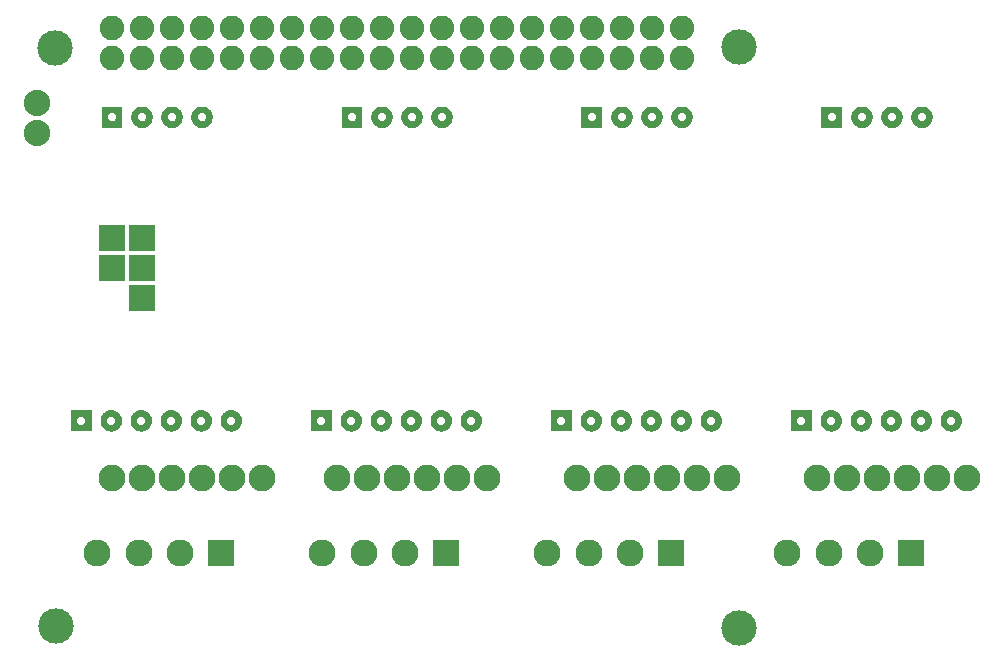
<source format=gbs>
G04 MADE WITH FRITZING*
G04 WWW.FRITZING.ORG*
G04 DOUBLE SIDED*
G04 HOLES PLATED*
G04 CONTOUR ON CENTER OF CONTOUR VECTOR*
%ASAXBY*%
%FSLAX23Y23*%
%MOIN*%
%OFA0B0*%
%SFA1.0B1.0*%
%ADD10C,0.089370*%
%ADD11C,0.090000*%
%ADD12C,0.088000*%
%ADD13C,0.081889*%
%ADD14C,0.081917*%
%ADD15C,0.118268*%
%ADD16R,0.090000X0.090000*%
%ADD17R,0.088740X0.088740*%
%ADD18R,0.001000X0.001000*%
%LNMASK0*%
G90*
G70*
G54D10*
X2993Y638D03*
X3093Y638D03*
X3193Y638D03*
X2693Y638D03*
X2793Y638D03*
X2893Y638D03*
X2193Y638D03*
X2293Y638D03*
X2393Y638D03*
X1893Y638D03*
X1993Y638D03*
X2093Y638D03*
X1393Y638D03*
X1493Y638D03*
X1593Y638D03*
X1093Y638D03*
X1193Y638D03*
X1293Y638D03*
X643Y638D03*
X743Y638D03*
X843Y638D03*
X343Y638D03*
X443Y638D03*
X543Y638D03*
G54D11*
X707Y388D03*
X569Y388D03*
X431Y388D03*
X293Y388D03*
X3007Y388D03*
X2869Y388D03*
X2731Y388D03*
X2593Y388D03*
X1457Y388D03*
X1319Y388D03*
X1181Y388D03*
X1043Y388D03*
X2207Y388D03*
X2069Y388D03*
X1931Y388D03*
X1793Y388D03*
G54D12*
X93Y1888D03*
X93Y1788D03*
G54D13*
X343Y2038D03*
X443Y2038D03*
X543Y2038D03*
X643Y2038D03*
G54D14*
X743Y2038D03*
G54D13*
X843Y2038D03*
X943Y2038D03*
X1043Y2038D03*
X1143Y2038D03*
G54D14*
X1243Y2038D03*
G54D13*
X1343Y2038D03*
G54D14*
X1443Y2038D03*
G54D13*
X1543Y2038D03*
X1643Y2038D03*
X1743Y2038D03*
X1843Y2038D03*
G54D14*
X1943Y2038D03*
G54D13*
X2043Y2038D03*
X2143Y2038D03*
X2243Y2038D03*
X2243Y2138D03*
X2143Y2138D03*
X2043Y2138D03*
G54D14*
X1943Y2138D03*
G54D13*
X1843Y2138D03*
X1743Y2138D03*
X1643Y2138D03*
X1543Y2138D03*
G54D14*
X1443Y2138D03*
G54D13*
X1343Y2138D03*
G54D14*
X1243Y2138D03*
G54D13*
X1143Y2138D03*
X1043Y2138D03*
X943Y2138D03*
X843Y2138D03*
G54D14*
X743Y2138D03*
G54D13*
X643Y2138D03*
X543Y2138D03*
X443Y2138D03*
X343Y2138D03*
G54D15*
X2433Y2072D03*
X153Y2071D03*
X157Y142D03*
X2432Y138D03*
G54D16*
X707Y388D03*
X3007Y388D03*
X1457Y388D03*
X2207Y388D03*
G54D17*
X443Y1238D03*
X343Y1338D03*
X443Y1338D03*
X343Y1438D03*
X443Y1438D03*
G54D18*
X437Y1874D02*
X449Y1874D01*
X537Y1874D02*
X549Y1874D01*
X637Y1874D02*
X649Y1874D01*
X1237Y1874D02*
X1249Y1874D01*
X1337Y1874D02*
X1349Y1874D01*
X1437Y1874D02*
X1449Y1874D01*
X2037Y1874D02*
X2049Y1874D01*
X2137Y1874D02*
X2149Y1874D01*
X2237Y1874D02*
X2249Y1874D01*
X2837Y1874D02*
X2849Y1874D01*
X2937Y1874D02*
X2949Y1874D01*
X3037Y1874D02*
X3049Y1874D01*
X309Y1873D02*
X377Y1873D01*
X433Y1873D02*
X453Y1873D01*
X533Y1873D02*
X553Y1873D01*
X633Y1873D02*
X653Y1873D01*
X1109Y1873D02*
X1177Y1873D01*
X1233Y1873D02*
X1253Y1873D01*
X1333Y1873D02*
X1353Y1873D01*
X1433Y1873D02*
X1453Y1873D01*
X1908Y1873D02*
X1977Y1873D01*
X2033Y1873D02*
X2053Y1873D01*
X2133Y1873D02*
X2153Y1873D01*
X2233Y1873D02*
X2253Y1873D01*
X2708Y1873D02*
X2777Y1873D01*
X2833Y1873D02*
X2853Y1873D01*
X2933Y1873D02*
X2953Y1873D01*
X3033Y1873D02*
X3053Y1873D01*
X309Y1872D02*
X377Y1872D01*
X430Y1872D02*
X456Y1872D01*
X530Y1872D02*
X556Y1872D01*
X630Y1872D02*
X656Y1872D01*
X1109Y1872D02*
X1177Y1872D01*
X1230Y1872D02*
X1256Y1872D01*
X1330Y1872D02*
X1356Y1872D01*
X1430Y1872D02*
X1456Y1872D01*
X1908Y1872D02*
X1977Y1872D01*
X2030Y1872D02*
X2055Y1872D01*
X2130Y1872D02*
X2156Y1872D01*
X2230Y1872D02*
X2256Y1872D01*
X2708Y1872D02*
X2777Y1872D01*
X2830Y1872D02*
X2855Y1872D01*
X2930Y1872D02*
X2955Y1872D01*
X3030Y1872D02*
X3055Y1872D01*
X309Y1871D02*
X377Y1871D01*
X428Y1871D02*
X458Y1871D01*
X528Y1871D02*
X558Y1871D01*
X628Y1871D02*
X658Y1871D01*
X1109Y1871D02*
X1177Y1871D01*
X1228Y1871D02*
X1258Y1871D01*
X1328Y1871D02*
X1358Y1871D01*
X1428Y1871D02*
X1458Y1871D01*
X1908Y1871D02*
X1977Y1871D01*
X2028Y1871D02*
X2058Y1871D01*
X2128Y1871D02*
X2158Y1871D01*
X2228Y1871D02*
X2258Y1871D01*
X2708Y1871D02*
X2777Y1871D01*
X2828Y1871D02*
X2858Y1871D01*
X2928Y1871D02*
X2958Y1871D01*
X3028Y1871D02*
X3058Y1871D01*
X309Y1870D02*
X377Y1870D01*
X426Y1870D02*
X460Y1870D01*
X526Y1870D02*
X560Y1870D01*
X626Y1870D02*
X660Y1870D01*
X1109Y1870D02*
X1177Y1870D01*
X1226Y1870D02*
X1260Y1870D01*
X1326Y1870D02*
X1360Y1870D01*
X1426Y1870D02*
X1460Y1870D01*
X1908Y1870D02*
X1977Y1870D01*
X2026Y1870D02*
X2060Y1870D01*
X2126Y1870D02*
X2160Y1870D01*
X2226Y1870D02*
X2260Y1870D01*
X2708Y1870D02*
X2777Y1870D01*
X2826Y1870D02*
X2860Y1870D01*
X2926Y1870D02*
X2960Y1870D01*
X3026Y1870D02*
X3060Y1870D01*
X309Y1869D02*
X377Y1869D01*
X424Y1869D02*
X462Y1869D01*
X524Y1869D02*
X562Y1869D01*
X624Y1869D02*
X662Y1869D01*
X1109Y1869D02*
X1177Y1869D01*
X1224Y1869D02*
X1261Y1869D01*
X1324Y1869D02*
X1361Y1869D01*
X1424Y1869D02*
X1462Y1869D01*
X1908Y1869D02*
X1977Y1869D01*
X2024Y1869D02*
X2061Y1869D01*
X2124Y1869D02*
X2161Y1869D01*
X2224Y1869D02*
X2261Y1869D01*
X2708Y1869D02*
X2777Y1869D01*
X2824Y1869D02*
X2861Y1869D01*
X2924Y1869D02*
X2961Y1869D01*
X3024Y1869D02*
X3061Y1869D01*
X309Y1868D02*
X377Y1868D01*
X423Y1868D02*
X463Y1868D01*
X523Y1868D02*
X563Y1868D01*
X623Y1868D02*
X663Y1868D01*
X1109Y1868D02*
X1177Y1868D01*
X1223Y1868D02*
X1263Y1868D01*
X1323Y1868D02*
X1363Y1868D01*
X1423Y1868D02*
X1463Y1868D01*
X1908Y1868D02*
X1977Y1868D01*
X2023Y1868D02*
X2063Y1868D01*
X2123Y1868D02*
X2163Y1868D01*
X2223Y1868D02*
X2263Y1868D01*
X2708Y1868D02*
X2777Y1868D01*
X2822Y1868D02*
X2863Y1868D01*
X2923Y1868D02*
X2963Y1868D01*
X3023Y1868D02*
X3063Y1868D01*
X309Y1867D02*
X377Y1867D01*
X421Y1867D02*
X464Y1867D01*
X521Y1867D02*
X564Y1867D01*
X621Y1867D02*
X664Y1867D01*
X1109Y1867D02*
X1177Y1867D01*
X1221Y1867D02*
X1264Y1867D01*
X1321Y1867D02*
X1364Y1867D01*
X1421Y1867D02*
X1464Y1867D01*
X1908Y1867D02*
X1977Y1867D01*
X2021Y1867D02*
X2064Y1867D01*
X2121Y1867D02*
X2164Y1867D01*
X2221Y1867D02*
X2264Y1867D01*
X2708Y1867D02*
X2777Y1867D01*
X2821Y1867D02*
X2864Y1867D01*
X2921Y1867D02*
X2964Y1867D01*
X3021Y1867D02*
X3064Y1867D01*
X309Y1866D02*
X377Y1866D01*
X420Y1866D02*
X466Y1866D01*
X520Y1866D02*
X566Y1866D01*
X620Y1866D02*
X666Y1866D01*
X1109Y1866D02*
X1177Y1866D01*
X1220Y1866D02*
X1266Y1866D01*
X1320Y1866D02*
X1366Y1866D01*
X1420Y1866D02*
X1466Y1866D01*
X1908Y1866D02*
X1977Y1866D01*
X2020Y1866D02*
X2066Y1866D01*
X2120Y1866D02*
X2166Y1866D01*
X2220Y1866D02*
X2266Y1866D01*
X2708Y1866D02*
X2777Y1866D01*
X2820Y1866D02*
X2866Y1866D01*
X2920Y1866D02*
X2966Y1866D01*
X3020Y1866D02*
X3066Y1866D01*
X309Y1865D02*
X377Y1865D01*
X419Y1865D02*
X467Y1865D01*
X519Y1865D02*
X567Y1865D01*
X619Y1865D02*
X667Y1865D01*
X1109Y1865D02*
X1177Y1865D01*
X1219Y1865D02*
X1267Y1865D01*
X1319Y1865D02*
X1367Y1865D01*
X1419Y1865D02*
X1467Y1865D01*
X1908Y1865D02*
X1977Y1865D01*
X2019Y1865D02*
X2067Y1865D01*
X2119Y1865D02*
X2167Y1865D01*
X2219Y1865D02*
X2267Y1865D01*
X2708Y1865D02*
X2777Y1865D01*
X2819Y1865D02*
X2867Y1865D01*
X2919Y1865D02*
X2967Y1865D01*
X3019Y1865D02*
X3067Y1865D01*
X309Y1864D02*
X377Y1864D01*
X418Y1864D02*
X468Y1864D01*
X518Y1864D02*
X568Y1864D01*
X618Y1864D02*
X668Y1864D01*
X1109Y1864D02*
X1177Y1864D01*
X1218Y1864D02*
X1268Y1864D01*
X1318Y1864D02*
X1368Y1864D01*
X1418Y1864D02*
X1468Y1864D01*
X1908Y1864D02*
X1977Y1864D01*
X2018Y1864D02*
X2068Y1864D01*
X2118Y1864D02*
X2168Y1864D01*
X2218Y1864D02*
X2268Y1864D01*
X2708Y1864D02*
X2777Y1864D01*
X2818Y1864D02*
X2868Y1864D01*
X2918Y1864D02*
X2968Y1864D01*
X3018Y1864D02*
X3068Y1864D01*
X309Y1863D02*
X377Y1863D01*
X417Y1863D02*
X469Y1863D01*
X517Y1863D02*
X569Y1863D01*
X617Y1863D02*
X669Y1863D01*
X1109Y1863D02*
X1177Y1863D01*
X1217Y1863D02*
X1269Y1863D01*
X1317Y1863D02*
X1369Y1863D01*
X1417Y1863D02*
X1469Y1863D01*
X1908Y1863D02*
X1977Y1863D01*
X2017Y1863D02*
X2069Y1863D01*
X2117Y1863D02*
X2169Y1863D01*
X2217Y1863D02*
X2269Y1863D01*
X2708Y1863D02*
X2777Y1863D01*
X2817Y1863D02*
X2869Y1863D01*
X2917Y1863D02*
X2969Y1863D01*
X3017Y1863D02*
X3069Y1863D01*
X309Y1862D02*
X377Y1862D01*
X416Y1862D02*
X470Y1862D01*
X516Y1862D02*
X570Y1862D01*
X616Y1862D02*
X670Y1862D01*
X1109Y1862D02*
X1177Y1862D01*
X1216Y1862D02*
X1270Y1862D01*
X1316Y1862D02*
X1370Y1862D01*
X1416Y1862D02*
X1470Y1862D01*
X1908Y1862D02*
X1977Y1862D01*
X2016Y1862D02*
X2070Y1862D01*
X2116Y1862D02*
X2170Y1862D01*
X2216Y1862D02*
X2270Y1862D01*
X2708Y1862D02*
X2777Y1862D01*
X2816Y1862D02*
X2870Y1862D01*
X2916Y1862D02*
X2970Y1862D01*
X3016Y1862D02*
X3070Y1862D01*
X309Y1861D02*
X377Y1861D01*
X415Y1861D02*
X470Y1861D01*
X515Y1861D02*
X571Y1861D01*
X615Y1861D02*
X671Y1861D01*
X1109Y1861D02*
X1177Y1861D01*
X1215Y1861D02*
X1270Y1861D01*
X1315Y1861D02*
X1370Y1861D01*
X1415Y1861D02*
X1470Y1861D01*
X1908Y1861D02*
X1977Y1861D01*
X2015Y1861D02*
X2070Y1861D01*
X2115Y1861D02*
X2170Y1861D01*
X2215Y1861D02*
X2270Y1861D01*
X2708Y1861D02*
X2777Y1861D01*
X2815Y1861D02*
X2870Y1861D01*
X2915Y1861D02*
X2970Y1861D01*
X3015Y1861D02*
X3070Y1861D01*
X309Y1860D02*
X377Y1860D01*
X414Y1860D02*
X471Y1860D01*
X514Y1860D02*
X571Y1860D01*
X614Y1860D02*
X671Y1860D01*
X1109Y1860D02*
X1177Y1860D01*
X1214Y1860D02*
X1271Y1860D01*
X1314Y1860D02*
X1371Y1860D01*
X1414Y1860D02*
X1471Y1860D01*
X1908Y1860D02*
X1977Y1860D01*
X2014Y1860D02*
X2071Y1860D01*
X2114Y1860D02*
X2171Y1860D01*
X2214Y1860D02*
X2271Y1860D01*
X2708Y1860D02*
X2777Y1860D01*
X2814Y1860D02*
X2871Y1860D01*
X2914Y1860D02*
X2971Y1860D01*
X3014Y1860D02*
X3071Y1860D01*
X309Y1859D02*
X377Y1859D01*
X414Y1859D02*
X472Y1859D01*
X514Y1859D02*
X572Y1859D01*
X614Y1859D02*
X672Y1859D01*
X1109Y1859D02*
X1177Y1859D01*
X1214Y1859D02*
X1272Y1859D01*
X1314Y1859D02*
X1372Y1859D01*
X1414Y1859D02*
X1472Y1859D01*
X1908Y1859D02*
X1977Y1859D01*
X2014Y1859D02*
X2072Y1859D01*
X2114Y1859D02*
X2172Y1859D01*
X2214Y1859D02*
X2272Y1859D01*
X2708Y1859D02*
X2777Y1859D01*
X2814Y1859D02*
X2872Y1859D01*
X2914Y1859D02*
X2972Y1859D01*
X3014Y1859D02*
X3072Y1859D01*
X309Y1858D02*
X377Y1858D01*
X413Y1858D02*
X473Y1858D01*
X513Y1858D02*
X573Y1858D01*
X613Y1858D02*
X673Y1858D01*
X1109Y1858D02*
X1177Y1858D01*
X1213Y1858D02*
X1273Y1858D01*
X1313Y1858D02*
X1373Y1858D01*
X1413Y1858D02*
X1473Y1858D01*
X1908Y1858D02*
X1977Y1858D01*
X2013Y1858D02*
X2072Y1858D01*
X2113Y1858D02*
X2173Y1858D01*
X2213Y1858D02*
X2273Y1858D01*
X2708Y1858D02*
X2777Y1858D01*
X2813Y1858D02*
X2872Y1858D01*
X2913Y1858D02*
X2972Y1858D01*
X3013Y1858D02*
X3072Y1858D01*
X309Y1857D02*
X377Y1857D01*
X413Y1857D02*
X473Y1857D01*
X513Y1857D02*
X573Y1857D01*
X613Y1857D02*
X673Y1857D01*
X1109Y1857D02*
X1177Y1857D01*
X1212Y1857D02*
X1273Y1857D01*
X1312Y1857D02*
X1373Y1857D01*
X1412Y1857D02*
X1473Y1857D01*
X1908Y1857D02*
X1977Y1857D01*
X2012Y1857D02*
X2073Y1857D01*
X2112Y1857D02*
X2173Y1857D01*
X2212Y1857D02*
X2273Y1857D01*
X2708Y1857D02*
X2777Y1857D01*
X2812Y1857D02*
X2873Y1857D01*
X2912Y1857D02*
X2973Y1857D01*
X3012Y1857D02*
X3073Y1857D01*
X309Y1856D02*
X377Y1856D01*
X412Y1856D02*
X474Y1856D01*
X512Y1856D02*
X574Y1856D01*
X612Y1856D02*
X674Y1856D01*
X1109Y1856D02*
X1177Y1856D01*
X1212Y1856D02*
X1274Y1856D01*
X1312Y1856D02*
X1374Y1856D01*
X1412Y1856D02*
X1474Y1856D01*
X1908Y1856D02*
X1977Y1856D01*
X2012Y1856D02*
X2074Y1856D01*
X2112Y1856D02*
X2174Y1856D01*
X2212Y1856D02*
X2274Y1856D01*
X2708Y1856D02*
X2777Y1856D01*
X2812Y1856D02*
X2874Y1856D01*
X2912Y1856D02*
X2974Y1856D01*
X3012Y1856D02*
X3074Y1856D01*
X309Y1855D02*
X377Y1855D01*
X411Y1855D02*
X474Y1855D01*
X511Y1855D02*
X574Y1855D01*
X611Y1855D02*
X674Y1855D01*
X1109Y1855D02*
X1177Y1855D01*
X1211Y1855D02*
X1274Y1855D01*
X1311Y1855D02*
X1374Y1855D01*
X1411Y1855D02*
X1474Y1855D01*
X1908Y1855D02*
X1977Y1855D01*
X2011Y1855D02*
X2074Y1855D01*
X2111Y1855D02*
X2174Y1855D01*
X2211Y1855D02*
X2274Y1855D01*
X2708Y1855D02*
X2777Y1855D01*
X2811Y1855D02*
X2874Y1855D01*
X2911Y1855D02*
X2974Y1855D01*
X3011Y1855D02*
X3074Y1855D01*
X309Y1854D02*
X377Y1854D01*
X411Y1854D02*
X475Y1854D01*
X511Y1854D02*
X575Y1854D01*
X611Y1854D02*
X675Y1854D01*
X1109Y1854D02*
X1177Y1854D01*
X1211Y1854D02*
X1275Y1854D01*
X1311Y1854D02*
X1375Y1854D01*
X1411Y1854D02*
X1475Y1854D01*
X1908Y1854D02*
X1977Y1854D01*
X2011Y1854D02*
X2075Y1854D01*
X2111Y1854D02*
X2175Y1854D01*
X2211Y1854D02*
X2275Y1854D01*
X2708Y1854D02*
X2777Y1854D01*
X2811Y1854D02*
X2875Y1854D01*
X2911Y1854D02*
X2975Y1854D01*
X3011Y1854D02*
X3075Y1854D01*
X309Y1853D02*
X377Y1853D01*
X410Y1853D02*
X475Y1853D01*
X510Y1853D02*
X575Y1853D01*
X610Y1853D02*
X675Y1853D01*
X1109Y1853D02*
X1177Y1853D01*
X1210Y1853D02*
X1275Y1853D01*
X1310Y1853D02*
X1375Y1853D01*
X1410Y1853D02*
X1475Y1853D01*
X1908Y1853D02*
X1977Y1853D01*
X2010Y1853D02*
X2075Y1853D01*
X2110Y1853D02*
X2175Y1853D01*
X2210Y1853D02*
X2275Y1853D01*
X2708Y1853D02*
X2777Y1853D01*
X2810Y1853D02*
X2875Y1853D01*
X2910Y1853D02*
X2975Y1853D01*
X3010Y1853D02*
X3075Y1853D01*
X309Y1852D02*
X340Y1852D01*
X346Y1852D02*
X377Y1852D01*
X410Y1852D02*
X440Y1852D01*
X446Y1852D02*
X476Y1852D01*
X510Y1852D02*
X540Y1852D01*
X546Y1852D02*
X576Y1852D01*
X610Y1852D02*
X640Y1852D01*
X646Y1852D02*
X676Y1852D01*
X1109Y1852D02*
X1140Y1852D01*
X1146Y1852D02*
X1177Y1852D01*
X1210Y1852D02*
X1240Y1852D01*
X1246Y1852D02*
X1276Y1852D01*
X1310Y1852D02*
X1340Y1852D01*
X1346Y1852D02*
X1376Y1852D01*
X1410Y1852D02*
X1440Y1852D01*
X1446Y1852D02*
X1476Y1852D01*
X1908Y1852D02*
X1940Y1852D01*
X1946Y1852D02*
X1977Y1852D01*
X2010Y1852D02*
X2040Y1852D01*
X2046Y1852D02*
X2076Y1852D01*
X2110Y1852D02*
X2140Y1852D01*
X2146Y1852D02*
X2176Y1852D01*
X2210Y1852D02*
X2240Y1852D01*
X2246Y1852D02*
X2276Y1852D01*
X2708Y1852D02*
X2740Y1852D01*
X2746Y1852D02*
X2777Y1852D01*
X2810Y1852D02*
X2840Y1852D01*
X2846Y1852D02*
X2875Y1852D01*
X2910Y1852D02*
X2940Y1852D01*
X2946Y1852D02*
X2976Y1852D01*
X3010Y1852D02*
X3040Y1852D01*
X3046Y1852D02*
X3076Y1852D01*
X309Y1851D02*
X337Y1851D01*
X349Y1851D02*
X377Y1851D01*
X410Y1851D02*
X437Y1851D01*
X449Y1851D02*
X476Y1851D01*
X510Y1851D02*
X537Y1851D01*
X549Y1851D02*
X576Y1851D01*
X610Y1851D02*
X637Y1851D01*
X649Y1851D02*
X676Y1851D01*
X1109Y1851D02*
X1137Y1851D01*
X1149Y1851D02*
X1177Y1851D01*
X1210Y1851D02*
X1237Y1851D01*
X1249Y1851D02*
X1276Y1851D01*
X1310Y1851D02*
X1337Y1851D01*
X1349Y1851D02*
X1376Y1851D01*
X1410Y1851D02*
X1437Y1851D01*
X1449Y1851D02*
X1476Y1851D01*
X1908Y1851D02*
X1937Y1851D01*
X1949Y1851D02*
X1977Y1851D01*
X2010Y1851D02*
X2037Y1851D01*
X2049Y1851D02*
X2076Y1851D01*
X2110Y1851D02*
X2137Y1851D01*
X2149Y1851D02*
X2176Y1851D01*
X2210Y1851D02*
X2237Y1851D01*
X2249Y1851D02*
X2276Y1851D01*
X2708Y1851D02*
X2736Y1851D01*
X2749Y1851D02*
X2777Y1851D01*
X2810Y1851D02*
X2836Y1851D01*
X2849Y1851D02*
X2876Y1851D01*
X2910Y1851D02*
X2937Y1851D01*
X2949Y1851D02*
X2976Y1851D01*
X3010Y1851D02*
X3036Y1851D01*
X3049Y1851D02*
X3076Y1851D01*
X309Y1850D02*
X335Y1850D01*
X351Y1850D02*
X377Y1850D01*
X409Y1850D02*
X435Y1850D01*
X451Y1850D02*
X476Y1850D01*
X509Y1850D02*
X535Y1850D01*
X551Y1850D02*
X576Y1850D01*
X609Y1850D02*
X635Y1850D01*
X651Y1850D02*
X676Y1850D01*
X1109Y1850D02*
X1135Y1850D01*
X1151Y1850D02*
X1177Y1850D01*
X1209Y1850D02*
X1235Y1850D01*
X1251Y1850D02*
X1276Y1850D01*
X1309Y1850D02*
X1335Y1850D01*
X1351Y1850D02*
X1376Y1850D01*
X1409Y1850D02*
X1435Y1850D01*
X1451Y1850D02*
X1476Y1850D01*
X1908Y1850D02*
X1935Y1850D01*
X1951Y1850D02*
X1977Y1850D01*
X2009Y1850D02*
X2035Y1850D01*
X2051Y1850D02*
X2076Y1850D01*
X2109Y1850D02*
X2135Y1850D01*
X2151Y1850D02*
X2176Y1850D01*
X2209Y1850D02*
X2235Y1850D01*
X2251Y1850D02*
X2276Y1850D01*
X2708Y1850D02*
X2735Y1850D01*
X2751Y1850D02*
X2777Y1850D01*
X2809Y1850D02*
X2835Y1850D01*
X2851Y1850D02*
X2876Y1850D01*
X2909Y1850D02*
X2935Y1850D01*
X2951Y1850D02*
X2976Y1850D01*
X3009Y1850D02*
X3035Y1850D01*
X3051Y1850D02*
X3076Y1850D01*
X309Y1849D02*
X334Y1849D01*
X352Y1849D02*
X377Y1849D01*
X409Y1849D02*
X434Y1849D01*
X452Y1849D02*
X477Y1849D01*
X509Y1849D02*
X534Y1849D01*
X552Y1849D02*
X577Y1849D01*
X609Y1849D02*
X634Y1849D01*
X652Y1849D02*
X677Y1849D01*
X1109Y1849D02*
X1134Y1849D01*
X1152Y1849D02*
X1177Y1849D01*
X1209Y1849D02*
X1234Y1849D01*
X1252Y1849D02*
X1277Y1849D01*
X1309Y1849D02*
X1334Y1849D01*
X1352Y1849D02*
X1377Y1849D01*
X1409Y1849D02*
X1434Y1849D01*
X1452Y1849D02*
X1477Y1849D01*
X1908Y1849D02*
X1934Y1849D01*
X1952Y1849D02*
X1977Y1849D01*
X2009Y1849D02*
X2034Y1849D01*
X2052Y1849D02*
X2077Y1849D01*
X2109Y1849D02*
X2134Y1849D01*
X2152Y1849D02*
X2177Y1849D01*
X2209Y1849D02*
X2234Y1849D01*
X2252Y1849D02*
X2277Y1849D01*
X2708Y1849D02*
X2734Y1849D01*
X2752Y1849D02*
X2777Y1849D01*
X2809Y1849D02*
X2834Y1849D01*
X2852Y1849D02*
X2877Y1849D01*
X2909Y1849D02*
X2934Y1849D01*
X2952Y1849D02*
X2977Y1849D01*
X3009Y1849D02*
X3034Y1849D01*
X3052Y1849D02*
X3077Y1849D01*
X309Y1848D02*
X333Y1848D01*
X353Y1848D02*
X377Y1848D01*
X409Y1848D02*
X433Y1848D01*
X453Y1848D02*
X477Y1848D01*
X509Y1848D02*
X533Y1848D01*
X553Y1848D02*
X577Y1848D01*
X609Y1848D02*
X633Y1848D01*
X653Y1848D02*
X677Y1848D01*
X1109Y1848D02*
X1133Y1848D01*
X1153Y1848D02*
X1177Y1848D01*
X1209Y1848D02*
X1233Y1848D01*
X1253Y1848D02*
X1277Y1848D01*
X1309Y1848D02*
X1333Y1848D01*
X1353Y1848D02*
X1377Y1848D01*
X1409Y1848D02*
X1433Y1848D01*
X1453Y1848D02*
X1477Y1848D01*
X1908Y1848D02*
X1933Y1848D01*
X1953Y1848D02*
X1977Y1848D01*
X2009Y1848D02*
X2032Y1848D01*
X2053Y1848D02*
X2077Y1848D01*
X2109Y1848D02*
X2133Y1848D01*
X2153Y1848D02*
X2177Y1848D01*
X2209Y1848D02*
X2233Y1848D01*
X2253Y1848D02*
X2277Y1848D01*
X2708Y1848D02*
X2732Y1848D01*
X2753Y1848D02*
X2777Y1848D01*
X2809Y1848D02*
X2832Y1848D01*
X2853Y1848D02*
X2877Y1848D01*
X2909Y1848D02*
X2932Y1848D01*
X2953Y1848D02*
X2977Y1848D01*
X3009Y1848D02*
X3032Y1848D01*
X3053Y1848D02*
X3077Y1848D01*
X309Y1847D02*
X332Y1847D01*
X354Y1847D02*
X377Y1847D01*
X408Y1847D02*
X432Y1847D01*
X454Y1847D02*
X477Y1847D01*
X508Y1847D02*
X532Y1847D01*
X554Y1847D02*
X577Y1847D01*
X608Y1847D02*
X632Y1847D01*
X654Y1847D02*
X677Y1847D01*
X1109Y1847D02*
X1132Y1847D01*
X1154Y1847D02*
X1177Y1847D01*
X1208Y1847D02*
X1232Y1847D01*
X1254Y1847D02*
X1277Y1847D01*
X1308Y1847D02*
X1332Y1847D01*
X1354Y1847D02*
X1377Y1847D01*
X1408Y1847D02*
X1432Y1847D01*
X1454Y1847D02*
X1477Y1847D01*
X1908Y1847D02*
X1932Y1847D01*
X1954Y1847D02*
X1977Y1847D01*
X2008Y1847D02*
X2032Y1847D01*
X2054Y1847D02*
X2077Y1847D01*
X2108Y1847D02*
X2132Y1847D01*
X2154Y1847D02*
X2177Y1847D01*
X2208Y1847D02*
X2232Y1847D01*
X2254Y1847D02*
X2277Y1847D01*
X2708Y1847D02*
X2732Y1847D01*
X2754Y1847D02*
X2777Y1847D01*
X2808Y1847D02*
X2832Y1847D01*
X2854Y1847D02*
X2877Y1847D01*
X2908Y1847D02*
X2932Y1847D01*
X2954Y1847D02*
X2977Y1847D01*
X3008Y1847D02*
X3032Y1847D01*
X3054Y1847D02*
X3077Y1847D01*
X309Y1846D02*
X331Y1846D01*
X355Y1846D02*
X377Y1846D01*
X408Y1846D02*
X431Y1846D01*
X455Y1846D02*
X478Y1846D01*
X508Y1846D02*
X531Y1846D01*
X555Y1846D02*
X578Y1846D01*
X608Y1846D02*
X631Y1846D01*
X655Y1846D02*
X678Y1846D01*
X1109Y1846D02*
X1131Y1846D01*
X1155Y1846D02*
X1177Y1846D01*
X1208Y1846D02*
X1231Y1846D01*
X1255Y1846D02*
X1277Y1846D01*
X1308Y1846D02*
X1331Y1846D01*
X1355Y1846D02*
X1377Y1846D01*
X1408Y1846D02*
X1431Y1846D01*
X1455Y1846D02*
X1477Y1846D01*
X1908Y1846D02*
X1931Y1846D01*
X1955Y1846D02*
X1977Y1846D01*
X2008Y1846D02*
X2031Y1846D01*
X2055Y1846D02*
X2077Y1846D01*
X2108Y1846D02*
X2131Y1846D01*
X2155Y1846D02*
X2177Y1846D01*
X2208Y1846D02*
X2231Y1846D01*
X2255Y1846D02*
X2277Y1846D01*
X2708Y1846D02*
X2731Y1846D01*
X2755Y1846D02*
X2777Y1846D01*
X2808Y1846D02*
X2831Y1846D01*
X2855Y1846D02*
X2877Y1846D01*
X2908Y1846D02*
X2931Y1846D01*
X2955Y1846D02*
X2977Y1846D01*
X3008Y1846D02*
X3031Y1846D01*
X3055Y1846D02*
X3077Y1846D01*
X309Y1845D02*
X330Y1845D01*
X355Y1845D02*
X377Y1845D01*
X408Y1845D02*
X430Y1845D01*
X455Y1845D02*
X478Y1845D01*
X508Y1845D02*
X530Y1845D01*
X555Y1845D02*
X578Y1845D01*
X608Y1845D02*
X630Y1845D01*
X655Y1845D02*
X678Y1845D01*
X1109Y1845D02*
X1130Y1845D01*
X1155Y1845D02*
X1177Y1845D01*
X1208Y1845D02*
X1230Y1845D01*
X1255Y1845D02*
X1278Y1845D01*
X1308Y1845D02*
X1330Y1845D01*
X1355Y1845D02*
X1378Y1845D01*
X1408Y1845D02*
X1430Y1845D01*
X1455Y1845D02*
X1478Y1845D01*
X1908Y1845D02*
X1930Y1845D01*
X1955Y1845D02*
X1977Y1845D01*
X2008Y1845D02*
X2030Y1845D01*
X2055Y1845D02*
X2078Y1845D01*
X2108Y1845D02*
X2130Y1845D01*
X2155Y1845D02*
X2178Y1845D01*
X2208Y1845D02*
X2230Y1845D01*
X2255Y1845D02*
X2278Y1845D01*
X2708Y1845D02*
X2730Y1845D01*
X2755Y1845D02*
X2777Y1845D01*
X2808Y1845D02*
X2830Y1845D01*
X2855Y1845D02*
X2878Y1845D01*
X2908Y1845D02*
X2930Y1845D01*
X2955Y1845D02*
X2978Y1845D01*
X3008Y1845D02*
X3030Y1845D01*
X3055Y1845D02*
X3078Y1845D01*
X309Y1844D02*
X330Y1844D01*
X356Y1844D02*
X377Y1844D01*
X408Y1844D02*
X430Y1844D01*
X456Y1844D02*
X478Y1844D01*
X508Y1844D02*
X530Y1844D01*
X556Y1844D02*
X578Y1844D01*
X608Y1844D02*
X630Y1844D01*
X656Y1844D02*
X678Y1844D01*
X1109Y1844D02*
X1130Y1844D01*
X1156Y1844D02*
X1177Y1844D01*
X1208Y1844D02*
X1230Y1844D01*
X1256Y1844D02*
X1278Y1844D01*
X1308Y1844D02*
X1330Y1844D01*
X1356Y1844D02*
X1378Y1844D01*
X1408Y1844D02*
X1430Y1844D01*
X1456Y1844D02*
X1478Y1844D01*
X1908Y1844D02*
X1930Y1844D01*
X1956Y1844D02*
X1977Y1844D01*
X2008Y1844D02*
X2030Y1844D01*
X2056Y1844D02*
X2078Y1844D01*
X2108Y1844D02*
X2130Y1844D01*
X2156Y1844D02*
X2178Y1844D01*
X2208Y1844D02*
X2230Y1844D01*
X2256Y1844D02*
X2278Y1844D01*
X2708Y1844D02*
X2730Y1844D01*
X2756Y1844D02*
X2777Y1844D01*
X2808Y1844D02*
X2830Y1844D01*
X2856Y1844D02*
X2878Y1844D01*
X2908Y1844D02*
X2930Y1844D01*
X2956Y1844D02*
X2978Y1844D01*
X3008Y1844D02*
X3030Y1844D01*
X3056Y1844D02*
X3078Y1844D01*
X309Y1843D02*
X330Y1843D01*
X356Y1843D02*
X377Y1843D01*
X408Y1843D02*
X430Y1843D01*
X456Y1843D02*
X478Y1843D01*
X508Y1843D02*
X530Y1843D01*
X556Y1843D02*
X578Y1843D01*
X608Y1843D02*
X630Y1843D01*
X656Y1843D02*
X678Y1843D01*
X1109Y1843D02*
X1129Y1843D01*
X1156Y1843D02*
X1177Y1843D01*
X1208Y1843D02*
X1229Y1843D01*
X1256Y1843D02*
X1278Y1843D01*
X1308Y1843D02*
X1329Y1843D01*
X1356Y1843D02*
X1378Y1843D01*
X1408Y1843D02*
X1429Y1843D01*
X1456Y1843D02*
X1478Y1843D01*
X1908Y1843D02*
X1929Y1843D01*
X1956Y1843D02*
X1977Y1843D01*
X2008Y1843D02*
X2029Y1843D01*
X2056Y1843D02*
X2078Y1843D01*
X2108Y1843D02*
X2129Y1843D01*
X2156Y1843D02*
X2178Y1843D01*
X2208Y1843D02*
X2229Y1843D01*
X2256Y1843D02*
X2278Y1843D01*
X2708Y1843D02*
X2729Y1843D01*
X2756Y1843D02*
X2777Y1843D01*
X2808Y1843D02*
X2829Y1843D01*
X2856Y1843D02*
X2878Y1843D01*
X2908Y1843D02*
X2929Y1843D01*
X2956Y1843D02*
X2978Y1843D01*
X3008Y1843D02*
X3029Y1843D01*
X3056Y1843D02*
X3078Y1843D01*
X309Y1842D02*
X329Y1842D01*
X356Y1842D02*
X377Y1842D01*
X408Y1842D02*
X429Y1842D01*
X456Y1842D02*
X478Y1842D01*
X508Y1842D02*
X529Y1842D01*
X557Y1842D02*
X578Y1842D01*
X608Y1842D02*
X629Y1842D01*
X656Y1842D02*
X678Y1842D01*
X1109Y1842D02*
X1129Y1842D01*
X1156Y1842D02*
X1177Y1842D01*
X1208Y1842D02*
X1229Y1842D01*
X1256Y1842D02*
X1278Y1842D01*
X1308Y1842D02*
X1329Y1842D01*
X1356Y1842D02*
X1378Y1842D01*
X1408Y1842D02*
X1429Y1842D01*
X1456Y1842D02*
X1478Y1842D01*
X1908Y1842D02*
X1929Y1842D01*
X1956Y1842D02*
X1977Y1842D01*
X2007Y1842D02*
X2029Y1842D01*
X2056Y1842D02*
X2078Y1842D01*
X2107Y1842D02*
X2129Y1842D01*
X2156Y1842D02*
X2178Y1842D01*
X2207Y1842D02*
X2229Y1842D01*
X2256Y1842D02*
X2278Y1842D01*
X2708Y1842D02*
X2729Y1842D01*
X2756Y1842D02*
X2777Y1842D01*
X2807Y1842D02*
X2829Y1842D01*
X2856Y1842D02*
X2878Y1842D01*
X2907Y1842D02*
X2929Y1842D01*
X2956Y1842D02*
X2978Y1842D01*
X3007Y1842D02*
X3029Y1842D01*
X3056Y1842D02*
X3078Y1842D01*
X309Y1841D02*
X329Y1841D01*
X357Y1841D02*
X377Y1841D01*
X408Y1841D02*
X429Y1841D01*
X457Y1841D02*
X478Y1841D01*
X508Y1841D02*
X529Y1841D01*
X557Y1841D02*
X578Y1841D01*
X608Y1841D02*
X629Y1841D01*
X657Y1841D02*
X678Y1841D01*
X1109Y1841D02*
X1129Y1841D01*
X1157Y1841D02*
X1177Y1841D01*
X1207Y1841D02*
X1229Y1841D01*
X1257Y1841D02*
X1278Y1841D01*
X1307Y1841D02*
X1329Y1841D01*
X1357Y1841D02*
X1378Y1841D01*
X1407Y1841D02*
X1429Y1841D01*
X1457Y1841D02*
X1478Y1841D01*
X1908Y1841D02*
X1929Y1841D01*
X1957Y1841D02*
X1977Y1841D01*
X2007Y1841D02*
X2029Y1841D01*
X2057Y1841D02*
X2078Y1841D01*
X2107Y1841D02*
X2129Y1841D01*
X2157Y1841D02*
X2178Y1841D01*
X2207Y1841D02*
X2229Y1841D01*
X2257Y1841D02*
X2278Y1841D01*
X2708Y1841D02*
X2729Y1841D01*
X2757Y1841D02*
X2777Y1841D01*
X2807Y1841D02*
X2829Y1841D01*
X2857Y1841D02*
X2878Y1841D01*
X2907Y1841D02*
X2929Y1841D01*
X2957Y1841D02*
X2978Y1841D01*
X3007Y1841D02*
X3029Y1841D01*
X3057Y1841D02*
X3078Y1841D01*
X309Y1840D02*
X329Y1840D01*
X357Y1840D02*
X377Y1840D01*
X407Y1840D02*
X429Y1840D01*
X457Y1840D02*
X478Y1840D01*
X507Y1840D02*
X529Y1840D01*
X557Y1840D02*
X578Y1840D01*
X607Y1840D02*
X629Y1840D01*
X657Y1840D02*
X678Y1840D01*
X1109Y1840D02*
X1129Y1840D01*
X1157Y1840D02*
X1177Y1840D01*
X1207Y1840D02*
X1229Y1840D01*
X1257Y1840D02*
X1278Y1840D01*
X1307Y1840D02*
X1329Y1840D01*
X1357Y1840D02*
X1378Y1840D01*
X1407Y1840D02*
X1429Y1840D01*
X1457Y1840D02*
X1478Y1840D01*
X1908Y1840D02*
X1929Y1840D01*
X1957Y1840D02*
X1977Y1840D01*
X2007Y1840D02*
X2029Y1840D01*
X2057Y1840D02*
X2078Y1840D01*
X2107Y1840D02*
X2129Y1840D01*
X2157Y1840D02*
X2178Y1840D01*
X2207Y1840D02*
X2229Y1840D01*
X2257Y1840D02*
X2278Y1840D01*
X2708Y1840D02*
X2729Y1840D01*
X2757Y1840D02*
X2777Y1840D01*
X2807Y1840D02*
X2829Y1840D01*
X2857Y1840D02*
X2878Y1840D01*
X2907Y1840D02*
X2929Y1840D01*
X2957Y1840D02*
X2978Y1840D01*
X3007Y1840D02*
X3029Y1840D01*
X3057Y1840D02*
X3078Y1840D01*
X309Y1839D02*
X329Y1839D01*
X357Y1839D02*
X377Y1839D01*
X407Y1839D02*
X429Y1839D01*
X457Y1839D02*
X478Y1839D01*
X507Y1839D02*
X529Y1839D01*
X557Y1839D02*
X578Y1839D01*
X607Y1839D02*
X629Y1839D01*
X657Y1839D02*
X678Y1839D01*
X1109Y1839D02*
X1129Y1839D01*
X1157Y1839D02*
X1177Y1839D01*
X1207Y1839D02*
X1229Y1839D01*
X1257Y1839D02*
X1278Y1839D01*
X1307Y1839D02*
X1329Y1839D01*
X1357Y1839D02*
X1378Y1839D01*
X1407Y1839D02*
X1429Y1839D01*
X1457Y1839D02*
X1478Y1839D01*
X1908Y1839D02*
X1929Y1839D01*
X1957Y1839D02*
X1977Y1839D01*
X2007Y1839D02*
X2029Y1839D01*
X2057Y1839D02*
X2078Y1839D01*
X2107Y1839D02*
X2129Y1839D01*
X2157Y1839D02*
X2178Y1839D01*
X2207Y1839D02*
X2229Y1839D01*
X2257Y1839D02*
X2278Y1839D01*
X2708Y1839D02*
X2729Y1839D01*
X2757Y1839D02*
X2777Y1839D01*
X2807Y1839D02*
X2829Y1839D01*
X2857Y1839D02*
X2878Y1839D01*
X2907Y1839D02*
X2929Y1839D01*
X2957Y1839D02*
X2978Y1839D01*
X3007Y1839D02*
X3029Y1839D01*
X3057Y1839D02*
X3078Y1839D01*
X309Y1838D02*
X329Y1838D01*
X357Y1838D02*
X377Y1838D01*
X407Y1838D02*
X429Y1838D01*
X457Y1838D02*
X478Y1838D01*
X507Y1838D02*
X529Y1838D01*
X557Y1838D02*
X578Y1838D01*
X607Y1838D02*
X629Y1838D01*
X657Y1838D02*
X678Y1838D01*
X1109Y1838D02*
X1129Y1838D01*
X1157Y1838D02*
X1177Y1838D01*
X1207Y1838D02*
X1229Y1838D01*
X1257Y1838D02*
X1278Y1838D01*
X1307Y1838D02*
X1329Y1838D01*
X1357Y1838D02*
X1378Y1838D01*
X1407Y1838D02*
X1429Y1838D01*
X1457Y1838D02*
X1478Y1838D01*
X1908Y1838D02*
X1929Y1838D01*
X1957Y1838D02*
X1977Y1838D01*
X2007Y1838D02*
X2029Y1838D01*
X2057Y1838D02*
X2078Y1838D01*
X2107Y1838D02*
X2129Y1838D01*
X2157Y1838D02*
X2178Y1838D01*
X2207Y1838D02*
X2229Y1838D01*
X2257Y1838D02*
X2278Y1838D01*
X2708Y1838D02*
X2729Y1838D01*
X2757Y1838D02*
X2777Y1838D01*
X2807Y1838D02*
X2829Y1838D01*
X2857Y1838D02*
X2878Y1838D01*
X2907Y1838D02*
X2929Y1838D01*
X2957Y1838D02*
X2978Y1838D01*
X3007Y1838D02*
X3029Y1838D01*
X3057Y1838D02*
X3078Y1838D01*
X309Y1837D02*
X329Y1837D01*
X357Y1837D02*
X377Y1837D01*
X407Y1837D02*
X429Y1837D01*
X457Y1837D02*
X478Y1837D01*
X507Y1837D02*
X529Y1837D01*
X557Y1837D02*
X578Y1837D01*
X607Y1837D02*
X629Y1837D01*
X657Y1837D02*
X678Y1837D01*
X1109Y1837D02*
X1129Y1837D01*
X1157Y1837D02*
X1177Y1837D01*
X1207Y1837D02*
X1229Y1837D01*
X1257Y1837D02*
X1278Y1837D01*
X1307Y1837D02*
X1329Y1837D01*
X1357Y1837D02*
X1378Y1837D01*
X1407Y1837D02*
X1429Y1837D01*
X1457Y1837D02*
X1478Y1837D01*
X1908Y1837D02*
X1929Y1837D01*
X1957Y1837D02*
X1977Y1837D01*
X2007Y1837D02*
X2029Y1837D01*
X2057Y1837D02*
X2078Y1837D01*
X2107Y1837D02*
X2129Y1837D01*
X2157Y1837D02*
X2178Y1837D01*
X2207Y1837D02*
X2229Y1837D01*
X2257Y1837D02*
X2278Y1837D01*
X2708Y1837D02*
X2729Y1837D01*
X2757Y1837D02*
X2777Y1837D01*
X2807Y1837D02*
X2829Y1837D01*
X2857Y1837D02*
X2878Y1837D01*
X2907Y1837D02*
X2929Y1837D01*
X2957Y1837D02*
X2978Y1837D01*
X3007Y1837D02*
X3029Y1837D01*
X3057Y1837D02*
X3078Y1837D01*
X309Y1836D02*
X329Y1836D01*
X357Y1836D02*
X377Y1836D01*
X408Y1836D02*
X429Y1836D01*
X457Y1836D02*
X478Y1836D01*
X508Y1836D02*
X529Y1836D01*
X557Y1836D02*
X578Y1836D01*
X608Y1836D02*
X629Y1836D01*
X657Y1836D02*
X678Y1836D01*
X1109Y1836D02*
X1129Y1836D01*
X1157Y1836D02*
X1177Y1836D01*
X1207Y1836D02*
X1229Y1836D01*
X1257Y1836D02*
X1278Y1836D01*
X1308Y1836D02*
X1329Y1836D01*
X1357Y1836D02*
X1378Y1836D01*
X1408Y1836D02*
X1429Y1836D01*
X1457Y1836D02*
X1478Y1836D01*
X1908Y1836D02*
X1929Y1836D01*
X1957Y1836D02*
X1977Y1836D01*
X2007Y1836D02*
X2029Y1836D01*
X2057Y1836D02*
X2078Y1836D01*
X2107Y1836D02*
X2129Y1836D01*
X2157Y1836D02*
X2178Y1836D01*
X2207Y1836D02*
X2229Y1836D01*
X2257Y1836D02*
X2278Y1836D01*
X2708Y1836D02*
X2729Y1836D01*
X2756Y1836D02*
X2777Y1836D01*
X2807Y1836D02*
X2829Y1836D01*
X2856Y1836D02*
X2878Y1836D01*
X2907Y1836D02*
X2929Y1836D01*
X2957Y1836D02*
X2978Y1836D01*
X3007Y1836D02*
X3029Y1836D01*
X3056Y1836D02*
X3078Y1836D01*
X309Y1835D02*
X329Y1835D01*
X356Y1835D02*
X377Y1835D01*
X408Y1835D02*
X429Y1835D01*
X456Y1835D02*
X478Y1835D01*
X508Y1835D02*
X529Y1835D01*
X556Y1835D02*
X578Y1835D01*
X608Y1835D02*
X629Y1835D01*
X656Y1835D02*
X678Y1835D01*
X1109Y1835D02*
X1129Y1835D01*
X1156Y1835D02*
X1177Y1835D01*
X1208Y1835D02*
X1229Y1835D01*
X1256Y1835D02*
X1278Y1835D01*
X1308Y1835D02*
X1329Y1835D01*
X1356Y1835D02*
X1378Y1835D01*
X1408Y1835D02*
X1429Y1835D01*
X1456Y1835D02*
X1478Y1835D01*
X1908Y1835D02*
X1929Y1835D01*
X1956Y1835D02*
X1977Y1835D01*
X2008Y1835D02*
X2029Y1835D01*
X2056Y1835D02*
X2078Y1835D01*
X2108Y1835D02*
X2129Y1835D01*
X2156Y1835D02*
X2178Y1835D01*
X2208Y1835D02*
X2229Y1835D01*
X2256Y1835D02*
X2278Y1835D01*
X2708Y1835D02*
X2729Y1835D01*
X2756Y1835D02*
X2777Y1835D01*
X2807Y1835D02*
X2829Y1835D01*
X2856Y1835D02*
X2878Y1835D01*
X2907Y1835D02*
X2929Y1835D01*
X2956Y1835D02*
X2978Y1835D01*
X3007Y1835D02*
X3029Y1835D01*
X3056Y1835D02*
X3078Y1835D01*
X309Y1834D02*
X330Y1834D01*
X356Y1834D02*
X377Y1834D01*
X408Y1834D02*
X430Y1834D01*
X456Y1834D02*
X478Y1834D01*
X508Y1834D02*
X530Y1834D01*
X556Y1834D02*
X578Y1834D01*
X608Y1834D02*
X630Y1834D01*
X656Y1834D02*
X678Y1834D01*
X1109Y1834D02*
X1130Y1834D01*
X1156Y1834D02*
X1177Y1834D01*
X1208Y1834D02*
X1230Y1834D01*
X1256Y1834D02*
X1278Y1834D01*
X1308Y1834D02*
X1330Y1834D01*
X1356Y1834D02*
X1378Y1834D01*
X1408Y1834D02*
X1430Y1834D01*
X1456Y1834D02*
X1478Y1834D01*
X1908Y1834D02*
X1930Y1834D01*
X1956Y1834D02*
X1977Y1834D01*
X2008Y1834D02*
X2030Y1834D01*
X2056Y1834D02*
X2078Y1834D01*
X2108Y1834D02*
X2130Y1834D01*
X2156Y1834D02*
X2178Y1834D01*
X2208Y1834D02*
X2230Y1834D01*
X2256Y1834D02*
X2278Y1834D01*
X2708Y1834D02*
X2729Y1834D01*
X2756Y1834D02*
X2777Y1834D01*
X2808Y1834D02*
X2829Y1834D01*
X2856Y1834D02*
X2878Y1834D01*
X2908Y1834D02*
X2930Y1834D01*
X2956Y1834D02*
X2978Y1834D01*
X3008Y1834D02*
X3030Y1834D01*
X3056Y1834D02*
X3078Y1834D01*
X309Y1833D02*
X330Y1833D01*
X356Y1833D02*
X377Y1833D01*
X408Y1833D02*
X430Y1833D01*
X456Y1833D02*
X478Y1833D01*
X508Y1833D02*
X530Y1833D01*
X556Y1833D02*
X578Y1833D01*
X608Y1833D02*
X630Y1833D01*
X656Y1833D02*
X678Y1833D01*
X1109Y1833D02*
X1130Y1833D01*
X1156Y1833D02*
X1177Y1833D01*
X1208Y1833D02*
X1230Y1833D01*
X1256Y1833D02*
X1278Y1833D01*
X1308Y1833D02*
X1330Y1833D01*
X1356Y1833D02*
X1378Y1833D01*
X1408Y1833D02*
X1430Y1833D01*
X1456Y1833D02*
X1478Y1833D01*
X1908Y1833D02*
X1930Y1833D01*
X1956Y1833D02*
X1977Y1833D01*
X2008Y1833D02*
X2030Y1833D01*
X2056Y1833D02*
X2078Y1833D01*
X2108Y1833D02*
X2130Y1833D01*
X2156Y1833D02*
X2178Y1833D01*
X2208Y1833D02*
X2230Y1833D01*
X2256Y1833D02*
X2278Y1833D01*
X2708Y1833D02*
X2730Y1833D01*
X2756Y1833D02*
X2777Y1833D01*
X2808Y1833D02*
X2830Y1833D01*
X2856Y1833D02*
X2878Y1833D01*
X2908Y1833D02*
X2930Y1833D01*
X2956Y1833D02*
X2978Y1833D01*
X3008Y1833D02*
X3030Y1833D01*
X3056Y1833D02*
X3078Y1833D01*
X309Y1832D02*
X331Y1832D01*
X355Y1832D02*
X377Y1832D01*
X408Y1832D02*
X431Y1832D01*
X455Y1832D02*
X478Y1832D01*
X508Y1832D02*
X531Y1832D01*
X555Y1832D02*
X578Y1832D01*
X608Y1832D02*
X631Y1832D01*
X655Y1832D02*
X678Y1832D01*
X1109Y1832D02*
X1131Y1832D01*
X1155Y1832D02*
X1177Y1832D01*
X1208Y1832D02*
X1231Y1832D01*
X1255Y1832D02*
X1278Y1832D01*
X1308Y1832D02*
X1331Y1832D01*
X1355Y1832D02*
X1378Y1832D01*
X1408Y1832D02*
X1431Y1832D01*
X1455Y1832D02*
X1478Y1832D01*
X1908Y1832D02*
X1931Y1832D01*
X1955Y1832D02*
X1977Y1832D01*
X2008Y1832D02*
X2031Y1832D01*
X2055Y1832D02*
X2078Y1832D01*
X2108Y1832D02*
X2131Y1832D01*
X2155Y1832D02*
X2178Y1832D01*
X2208Y1832D02*
X2231Y1832D01*
X2255Y1832D02*
X2278Y1832D01*
X2708Y1832D02*
X2730Y1832D01*
X2755Y1832D02*
X2777Y1832D01*
X2808Y1832D02*
X2830Y1832D01*
X2855Y1832D02*
X2877Y1832D01*
X2908Y1832D02*
X2930Y1832D01*
X2955Y1832D02*
X2977Y1832D01*
X3008Y1832D02*
X3030Y1832D01*
X3055Y1832D02*
X3077Y1832D01*
X309Y1831D02*
X331Y1831D01*
X354Y1831D02*
X377Y1831D01*
X408Y1831D02*
X431Y1831D01*
X454Y1831D02*
X477Y1831D01*
X508Y1831D02*
X531Y1831D01*
X554Y1831D02*
X577Y1831D01*
X608Y1831D02*
X631Y1831D01*
X654Y1831D02*
X677Y1831D01*
X1109Y1831D02*
X1131Y1831D01*
X1154Y1831D02*
X1177Y1831D01*
X1208Y1831D02*
X1231Y1831D01*
X1254Y1831D02*
X1277Y1831D01*
X1308Y1831D02*
X1331Y1831D01*
X1354Y1831D02*
X1377Y1831D01*
X1408Y1831D02*
X1431Y1831D01*
X1454Y1831D02*
X1477Y1831D01*
X1908Y1831D02*
X1931Y1831D01*
X1954Y1831D02*
X1977Y1831D01*
X2008Y1831D02*
X2031Y1831D01*
X2054Y1831D02*
X2077Y1831D01*
X2108Y1831D02*
X2131Y1831D01*
X2154Y1831D02*
X2177Y1831D01*
X2208Y1831D02*
X2231Y1831D01*
X2254Y1831D02*
X2277Y1831D01*
X2708Y1831D02*
X2731Y1831D01*
X2754Y1831D02*
X2777Y1831D01*
X2808Y1831D02*
X2831Y1831D01*
X2854Y1831D02*
X2877Y1831D01*
X2908Y1831D02*
X2931Y1831D01*
X2954Y1831D02*
X2977Y1831D01*
X3008Y1831D02*
X3031Y1831D01*
X3054Y1831D02*
X3077Y1831D01*
X309Y1830D02*
X332Y1830D01*
X354Y1830D02*
X377Y1830D01*
X409Y1830D02*
X432Y1830D01*
X454Y1830D02*
X477Y1830D01*
X509Y1830D02*
X532Y1830D01*
X554Y1830D02*
X577Y1830D01*
X609Y1830D02*
X632Y1830D01*
X654Y1830D02*
X677Y1830D01*
X1109Y1830D02*
X1132Y1830D01*
X1154Y1830D02*
X1177Y1830D01*
X1209Y1830D02*
X1232Y1830D01*
X1254Y1830D02*
X1277Y1830D01*
X1309Y1830D02*
X1332Y1830D01*
X1354Y1830D02*
X1377Y1830D01*
X1409Y1830D02*
X1432Y1830D01*
X1454Y1830D02*
X1477Y1830D01*
X1908Y1830D02*
X1932Y1830D01*
X1954Y1830D02*
X1977Y1830D01*
X2008Y1830D02*
X2032Y1830D01*
X2054Y1830D02*
X2077Y1830D01*
X2108Y1830D02*
X2132Y1830D01*
X2154Y1830D02*
X2177Y1830D01*
X2208Y1830D02*
X2232Y1830D01*
X2254Y1830D02*
X2277Y1830D01*
X2708Y1830D02*
X2732Y1830D01*
X2753Y1830D02*
X2777Y1830D01*
X2808Y1830D02*
X2832Y1830D01*
X2853Y1830D02*
X2877Y1830D01*
X2908Y1830D02*
X2932Y1830D01*
X2953Y1830D02*
X2977Y1830D01*
X3008Y1830D02*
X3032Y1830D01*
X3053Y1830D02*
X3077Y1830D01*
X309Y1829D02*
X333Y1829D01*
X353Y1829D02*
X377Y1829D01*
X409Y1829D02*
X433Y1829D01*
X453Y1829D02*
X477Y1829D01*
X509Y1829D02*
X533Y1829D01*
X553Y1829D02*
X577Y1829D01*
X609Y1829D02*
X633Y1829D01*
X653Y1829D02*
X677Y1829D01*
X1109Y1829D02*
X1133Y1829D01*
X1153Y1829D02*
X1177Y1829D01*
X1209Y1829D02*
X1233Y1829D01*
X1253Y1829D02*
X1277Y1829D01*
X1309Y1829D02*
X1333Y1829D01*
X1353Y1829D02*
X1377Y1829D01*
X1409Y1829D02*
X1433Y1829D01*
X1453Y1829D02*
X1477Y1829D01*
X1908Y1829D02*
X1933Y1829D01*
X1953Y1829D02*
X1977Y1829D01*
X2009Y1829D02*
X2033Y1829D01*
X2053Y1829D02*
X2077Y1829D01*
X2109Y1829D02*
X2133Y1829D01*
X2153Y1829D02*
X2177Y1829D01*
X2209Y1829D02*
X2233Y1829D01*
X2253Y1829D02*
X2277Y1829D01*
X2708Y1829D02*
X2733Y1829D01*
X2753Y1829D02*
X2777Y1829D01*
X2809Y1829D02*
X2833Y1829D01*
X2853Y1829D02*
X2877Y1829D01*
X2909Y1829D02*
X2933Y1829D01*
X2953Y1829D02*
X2977Y1829D01*
X3009Y1829D02*
X3033Y1829D01*
X3053Y1829D02*
X3077Y1829D01*
X309Y1828D02*
X334Y1828D01*
X352Y1828D02*
X377Y1828D01*
X409Y1828D02*
X434Y1828D01*
X452Y1828D02*
X477Y1828D01*
X509Y1828D02*
X534Y1828D01*
X552Y1828D02*
X577Y1828D01*
X609Y1828D02*
X634Y1828D01*
X652Y1828D02*
X677Y1828D01*
X1109Y1828D02*
X1134Y1828D01*
X1152Y1828D02*
X1177Y1828D01*
X1209Y1828D02*
X1234Y1828D01*
X1251Y1828D02*
X1277Y1828D01*
X1309Y1828D02*
X1334Y1828D01*
X1352Y1828D02*
X1377Y1828D01*
X1409Y1828D02*
X1434Y1828D01*
X1451Y1828D02*
X1477Y1828D01*
X1908Y1828D02*
X1934Y1828D01*
X1951Y1828D02*
X1977Y1828D01*
X2009Y1828D02*
X2034Y1828D01*
X2051Y1828D02*
X2076Y1828D01*
X2109Y1828D02*
X2134Y1828D01*
X2151Y1828D02*
X2177Y1828D01*
X2209Y1828D02*
X2234Y1828D01*
X2251Y1828D02*
X2277Y1828D01*
X2708Y1828D02*
X2734Y1828D01*
X2751Y1828D02*
X2777Y1828D01*
X2809Y1828D02*
X2834Y1828D01*
X2851Y1828D02*
X2876Y1828D01*
X2909Y1828D02*
X2934Y1828D01*
X2951Y1828D02*
X2976Y1828D01*
X3009Y1828D02*
X3034Y1828D01*
X3051Y1828D02*
X3076Y1828D01*
X309Y1827D02*
X336Y1827D01*
X350Y1827D02*
X377Y1827D01*
X409Y1827D02*
X436Y1827D01*
X450Y1827D02*
X476Y1827D01*
X509Y1827D02*
X536Y1827D01*
X550Y1827D02*
X576Y1827D01*
X609Y1827D02*
X636Y1827D01*
X650Y1827D02*
X676Y1827D01*
X1109Y1827D02*
X1136Y1827D01*
X1150Y1827D02*
X1177Y1827D01*
X1209Y1827D02*
X1236Y1827D01*
X1250Y1827D02*
X1276Y1827D01*
X1309Y1827D02*
X1336Y1827D01*
X1350Y1827D02*
X1376Y1827D01*
X1409Y1827D02*
X1436Y1827D01*
X1450Y1827D02*
X1476Y1827D01*
X1908Y1827D02*
X1935Y1827D01*
X1950Y1827D02*
X1977Y1827D01*
X2009Y1827D02*
X2035Y1827D01*
X2050Y1827D02*
X2076Y1827D01*
X2109Y1827D02*
X2135Y1827D01*
X2150Y1827D02*
X2176Y1827D01*
X2209Y1827D02*
X2235Y1827D01*
X2250Y1827D02*
X2276Y1827D01*
X2708Y1827D02*
X2735Y1827D01*
X2750Y1827D02*
X2777Y1827D01*
X2809Y1827D02*
X2835Y1827D01*
X2850Y1827D02*
X2876Y1827D01*
X2909Y1827D02*
X2935Y1827D01*
X2950Y1827D02*
X2976Y1827D01*
X3009Y1827D02*
X3035Y1827D01*
X3050Y1827D02*
X3076Y1827D01*
X309Y1826D02*
X338Y1826D01*
X348Y1826D02*
X377Y1826D01*
X410Y1826D02*
X438Y1826D01*
X448Y1826D02*
X476Y1826D01*
X510Y1826D02*
X538Y1826D01*
X548Y1826D02*
X576Y1826D01*
X610Y1826D02*
X638Y1826D01*
X648Y1826D02*
X676Y1826D01*
X1109Y1826D02*
X1138Y1826D01*
X1148Y1826D02*
X1177Y1826D01*
X1210Y1826D02*
X1238Y1826D01*
X1248Y1826D02*
X1276Y1826D01*
X1310Y1826D02*
X1338Y1826D01*
X1348Y1826D02*
X1376Y1826D01*
X1410Y1826D02*
X1438Y1826D01*
X1448Y1826D02*
X1476Y1826D01*
X1908Y1826D02*
X1938Y1826D01*
X1948Y1826D02*
X1977Y1826D01*
X2010Y1826D02*
X2038Y1826D01*
X2048Y1826D02*
X2076Y1826D01*
X2110Y1826D02*
X2138Y1826D01*
X2148Y1826D02*
X2176Y1826D01*
X2210Y1826D02*
X2238Y1826D01*
X2248Y1826D02*
X2276Y1826D01*
X2708Y1826D02*
X2737Y1826D01*
X2748Y1826D02*
X2777Y1826D01*
X2810Y1826D02*
X2837Y1826D01*
X2848Y1826D02*
X2876Y1826D01*
X2910Y1826D02*
X2937Y1826D01*
X2948Y1826D02*
X2976Y1826D01*
X3010Y1826D02*
X3037Y1826D01*
X3048Y1826D02*
X3076Y1826D01*
X309Y1825D02*
X377Y1825D01*
X410Y1825D02*
X475Y1825D01*
X510Y1825D02*
X576Y1825D01*
X610Y1825D02*
X676Y1825D01*
X1109Y1825D02*
X1177Y1825D01*
X1210Y1825D02*
X1275Y1825D01*
X1310Y1825D02*
X1375Y1825D01*
X1410Y1825D02*
X1475Y1825D01*
X1908Y1825D02*
X1977Y1825D01*
X2010Y1825D02*
X2075Y1825D01*
X2110Y1825D02*
X2175Y1825D01*
X2210Y1825D02*
X2275Y1825D01*
X2708Y1825D02*
X2777Y1825D01*
X2810Y1825D02*
X2875Y1825D01*
X2910Y1825D02*
X2975Y1825D01*
X3010Y1825D02*
X3075Y1825D01*
X309Y1824D02*
X377Y1824D01*
X411Y1824D02*
X475Y1824D01*
X511Y1824D02*
X575Y1824D01*
X611Y1824D02*
X675Y1824D01*
X1109Y1824D02*
X1177Y1824D01*
X1211Y1824D02*
X1275Y1824D01*
X1311Y1824D02*
X1375Y1824D01*
X1411Y1824D02*
X1475Y1824D01*
X1908Y1824D02*
X1977Y1824D01*
X2011Y1824D02*
X2075Y1824D01*
X2111Y1824D02*
X2175Y1824D01*
X2211Y1824D02*
X2275Y1824D01*
X2708Y1824D02*
X2777Y1824D01*
X2811Y1824D02*
X2875Y1824D01*
X2911Y1824D02*
X2975Y1824D01*
X3011Y1824D02*
X3075Y1824D01*
X309Y1823D02*
X377Y1823D01*
X411Y1823D02*
X475Y1823D01*
X511Y1823D02*
X575Y1823D01*
X611Y1823D02*
X675Y1823D01*
X1109Y1823D02*
X1177Y1823D01*
X1211Y1823D02*
X1275Y1823D01*
X1311Y1823D02*
X1375Y1823D01*
X1411Y1823D02*
X1475Y1823D01*
X1908Y1823D02*
X1977Y1823D01*
X2011Y1823D02*
X2074Y1823D01*
X2111Y1823D02*
X2174Y1823D01*
X2211Y1823D02*
X2274Y1823D01*
X2708Y1823D02*
X2777Y1823D01*
X2811Y1823D02*
X2874Y1823D01*
X2911Y1823D02*
X2974Y1823D01*
X3011Y1823D02*
X3074Y1823D01*
X309Y1822D02*
X377Y1822D01*
X412Y1822D02*
X474Y1822D01*
X512Y1822D02*
X574Y1822D01*
X612Y1822D02*
X674Y1822D01*
X1109Y1822D02*
X1177Y1822D01*
X1212Y1822D02*
X1274Y1822D01*
X1312Y1822D02*
X1374Y1822D01*
X1412Y1822D02*
X1474Y1822D01*
X1908Y1822D02*
X1977Y1822D01*
X2012Y1822D02*
X2074Y1822D01*
X2112Y1822D02*
X2174Y1822D01*
X2212Y1822D02*
X2274Y1822D01*
X2708Y1822D02*
X2777Y1822D01*
X2811Y1822D02*
X2874Y1822D01*
X2911Y1822D02*
X2974Y1822D01*
X3011Y1822D02*
X3074Y1822D01*
X309Y1821D02*
X377Y1821D01*
X412Y1821D02*
X474Y1821D01*
X512Y1821D02*
X574Y1821D01*
X612Y1821D02*
X674Y1821D01*
X1109Y1821D02*
X1177Y1821D01*
X1212Y1821D02*
X1273Y1821D01*
X1312Y1821D02*
X1374Y1821D01*
X1412Y1821D02*
X1474Y1821D01*
X1908Y1821D02*
X1977Y1821D01*
X2012Y1821D02*
X2073Y1821D01*
X2112Y1821D02*
X2173Y1821D01*
X2212Y1821D02*
X2273Y1821D01*
X2708Y1821D02*
X2777Y1821D01*
X2812Y1821D02*
X2873Y1821D01*
X2912Y1821D02*
X2973Y1821D01*
X3012Y1821D02*
X3073Y1821D01*
X309Y1820D02*
X377Y1820D01*
X413Y1820D02*
X473Y1820D01*
X513Y1820D02*
X573Y1820D01*
X613Y1820D02*
X673Y1820D01*
X1109Y1820D02*
X1177Y1820D01*
X1213Y1820D02*
X1273Y1820D01*
X1313Y1820D02*
X1373Y1820D01*
X1413Y1820D02*
X1473Y1820D01*
X1908Y1820D02*
X1977Y1820D01*
X2013Y1820D02*
X2073Y1820D01*
X2113Y1820D02*
X2173Y1820D01*
X2213Y1820D02*
X2273Y1820D01*
X2708Y1820D02*
X2777Y1820D01*
X2813Y1820D02*
X2873Y1820D01*
X2913Y1820D02*
X2973Y1820D01*
X3013Y1820D02*
X3073Y1820D01*
X309Y1819D02*
X377Y1819D01*
X413Y1819D02*
X472Y1819D01*
X513Y1819D02*
X572Y1819D01*
X613Y1819D02*
X672Y1819D01*
X1109Y1819D02*
X1177Y1819D01*
X1213Y1819D02*
X1272Y1819D01*
X1313Y1819D02*
X1372Y1819D01*
X1413Y1819D02*
X1472Y1819D01*
X1908Y1819D02*
X1977Y1819D01*
X2013Y1819D02*
X2072Y1819D01*
X2113Y1819D02*
X2172Y1819D01*
X2213Y1819D02*
X2272Y1819D01*
X2708Y1819D02*
X2777Y1819D01*
X2813Y1819D02*
X2872Y1819D01*
X2913Y1819D02*
X2972Y1819D01*
X3013Y1819D02*
X3072Y1819D01*
X309Y1818D02*
X377Y1818D01*
X414Y1818D02*
X472Y1818D01*
X514Y1818D02*
X572Y1818D01*
X614Y1818D02*
X672Y1818D01*
X1109Y1818D02*
X1177Y1818D01*
X1214Y1818D02*
X1272Y1818D01*
X1314Y1818D02*
X1372Y1818D01*
X1414Y1818D02*
X1472Y1818D01*
X1908Y1818D02*
X1977Y1818D01*
X2014Y1818D02*
X2072Y1818D01*
X2114Y1818D02*
X2172Y1818D01*
X2214Y1818D02*
X2272Y1818D01*
X2708Y1818D02*
X2777Y1818D01*
X2814Y1818D02*
X2872Y1818D01*
X2914Y1818D02*
X2972Y1818D01*
X3014Y1818D02*
X3072Y1818D01*
X309Y1817D02*
X377Y1817D01*
X415Y1817D02*
X471Y1817D01*
X515Y1817D02*
X571Y1817D01*
X615Y1817D02*
X671Y1817D01*
X1109Y1817D02*
X1177Y1817D01*
X1215Y1817D02*
X1271Y1817D01*
X1315Y1817D02*
X1371Y1817D01*
X1415Y1817D02*
X1471Y1817D01*
X1908Y1817D02*
X1977Y1817D01*
X2015Y1817D02*
X2071Y1817D01*
X2115Y1817D02*
X2171Y1817D01*
X2215Y1817D02*
X2271Y1817D01*
X2708Y1817D02*
X2777Y1817D01*
X2815Y1817D02*
X2871Y1817D01*
X2915Y1817D02*
X2971Y1817D01*
X3015Y1817D02*
X3071Y1817D01*
X309Y1816D02*
X377Y1816D01*
X416Y1816D02*
X470Y1816D01*
X516Y1816D02*
X570Y1816D01*
X616Y1816D02*
X670Y1816D01*
X1109Y1816D02*
X1177Y1816D01*
X1215Y1816D02*
X1270Y1816D01*
X1315Y1816D02*
X1370Y1816D01*
X1415Y1816D02*
X1470Y1816D01*
X1908Y1816D02*
X1977Y1816D01*
X2015Y1816D02*
X2070Y1816D01*
X2115Y1816D02*
X2170Y1816D01*
X2215Y1816D02*
X2270Y1816D01*
X2708Y1816D02*
X2777Y1816D01*
X2815Y1816D02*
X2870Y1816D01*
X2915Y1816D02*
X2970Y1816D01*
X3015Y1816D02*
X3070Y1816D01*
X309Y1815D02*
X377Y1815D01*
X416Y1815D02*
X469Y1815D01*
X516Y1815D02*
X569Y1815D01*
X616Y1815D02*
X669Y1815D01*
X1109Y1815D02*
X1177Y1815D01*
X1216Y1815D02*
X1269Y1815D01*
X1316Y1815D02*
X1369Y1815D01*
X1416Y1815D02*
X1469Y1815D01*
X1908Y1815D02*
X1977Y1815D01*
X2016Y1815D02*
X2069Y1815D01*
X2116Y1815D02*
X2169Y1815D01*
X2216Y1815D02*
X2269Y1815D01*
X2708Y1815D02*
X2777Y1815D01*
X2816Y1815D02*
X2869Y1815D01*
X2916Y1815D02*
X2969Y1815D01*
X3016Y1815D02*
X3069Y1815D01*
X309Y1814D02*
X377Y1814D01*
X417Y1814D02*
X468Y1814D01*
X517Y1814D02*
X568Y1814D01*
X617Y1814D02*
X668Y1814D01*
X1109Y1814D02*
X1177Y1814D01*
X1217Y1814D02*
X1268Y1814D01*
X1317Y1814D02*
X1368Y1814D01*
X1417Y1814D02*
X1468Y1814D01*
X1908Y1814D02*
X1977Y1814D01*
X2017Y1814D02*
X2068Y1814D01*
X2117Y1814D02*
X2168Y1814D01*
X2217Y1814D02*
X2268Y1814D01*
X2708Y1814D02*
X2777Y1814D01*
X2817Y1814D02*
X2868Y1814D01*
X2917Y1814D02*
X2968Y1814D01*
X3017Y1814D02*
X3068Y1814D01*
X309Y1813D02*
X377Y1813D01*
X418Y1813D02*
X467Y1813D01*
X518Y1813D02*
X567Y1813D01*
X618Y1813D02*
X667Y1813D01*
X1109Y1813D02*
X1177Y1813D01*
X1218Y1813D02*
X1267Y1813D01*
X1318Y1813D02*
X1367Y1813D01*
X1418Y1813D02*
X1467Y1813D01*
X1908Y1813D02*
X1977Y1813D01*
X2018Y1813D02*
X2067Y1813D01*
X2118Y1813D02*
X2167Y1813D01*
X2218Y1813D02*
X2267Y1813D01*
X2708Y1813D02*
X2777Y1813D01*
X2818Y1813D02*
X2867Y1813D01*
X2918Y1813D02*
X2967Y1813D01*
X3018Y1813D02*
X3067Y1813D01*
X309Y1812D02*
X377Y1812D01*
X419Y1812D02*
X466Y1812D01*
X519Y1812D02*
X566Y1812D01*
X619Y1812D02*
X666Y1812D01*
X1109Y1812D02*
X1177Y1812D01*
X1219Y1812D02*
X1266Y1812D01*
X1319Y1812D02*
X1366Y1812D01*
X1419Y1812D02*
X1466Y1812D01*
X1908Y1812D02*
X1977Y1812D01*
X2019Y1812D02*
X2066Y1812D01*
X2119Y1812D02*
X2166Y1812D01*
X2219Y1812D02*
X2266Y1812D01*
X2708Y1812D02*
X2777Y1812D01*
X2819Y1812D02*
X2866Y1812D01*
X2919Y1812D02*
X2966Y1812D01*
X3019Y1812D02*
X3066Y1812D01*
X309Y1811D02*
X377Y1811D01*
X420Y1811D02*
X465Y1811D01*
X521Y1811D02*
X565Y1811D01*
X621Y1811D02*
X665Y1811D01*
X1109Y1811D02*
X1177Y1811D01*
X1220Y1811D02*
X1265Y1811D01*
X1320Y1811D02*
X1365Y1811D01*
X1420Y1811D02*
X1465Y1811D01*
X1908Y1811D02*
X1977Y1811D01*
X2020Y1811D02*
X2065Y1811D01*
X2120Y1811D02*
X2165Y1811D01*
X2220Y1811D02*
X2265Y1811D01*
X2708Y1811D02*
X2777Y1811D01*
X2820Y1811D02*
X2865Y1811D01*
X2920Y1811D02*
X2965Y1811D01*
X3020Y1811D02*
X3065Y1811D01*
X309Y1810D02*
X377Y1810D01*
X422Y1810D02*
X464Y1810D01*
X522Y1810D02*
X564Y1810D01*
X622Y1810D02*
X664Y1810D01*
X1109Y1810D02*
X1177Y1810D01*
X1222Y1810D02*
X1264Y1810D01*
X1322Y1810D02*
X1364Y1810D01*
X1422Y1810D02*
X1464Y1810D01*
X1908Y1810D02*
X1977Y1810D01*
X2022Y1810D02*
X2064Y1810D01*
X2122Y1810D02*
X2164Y1810D01*
X2222Y1810D02*
X2264Y1810D01*
X2708Y1810D02*
X2777Y1810D01*
X2822Y1810D02*
X2864Y1810D01*
X2922Y1810D02*
X2964Y1810D01*
X3022Y1810D02*
X3064Y1810D01*
X309Y1809D02*
X377Y1809D01*
X423Y1809D02*
X462Y1809D01*
X523Y1809D02*
X563Y1809D01*
X623Y1809D02*
X663Y1809D01*
X1109Y1809D02*
X1177Y1809D01*
X1223Y1809D02*
X1262Y1809D01*
X1323Y1809D02*
X1362Y1809D01*
X1423Y1809D02*
X1462Y1809D01*
X1908Y1809D02*
X1977Y1809D01*
X2023Y1809D02*
X2062Y1809D01*
X2123Y1809D02*
X2162Y1809D01*
X2223Y1809D02*
X2262Y1809D01*
X2708Y1809D02*
X2777Y1809D01*
X2823Y1809D02*
X2862Y1809D01*
X2923Y1809D02*
X2962Y1809D01*
X3023Y1809D02*
X3062Y1809D01*
X309Y1808D02*
X377Y1808D01*
X425Y1808D02*
X461Y1808D01*
X525Y1808D02*
X561Y1808D01*
X625Y1808D02*
X661Y1808D01*
X1109Y1808D02*
X1177Y1808D01*
X1225Y1808D02*
X1261Y1808D01*
X1325Y1808D02*
X1361Y1808D01*
X1425Y1808D02*
X1461Y1808D01*
X1908Y1808D02*
X1977Y1808D01*
X2025Y1808D02*
X2061Y1808D01*
X2125Y1808D02*
X2161Y1808D01*
X2225Y1808D02*
X2261Y1808D01*
X2708Y1808D02*
X2777Y1808D01*
X2825Y1808D02*
X2861Y1808D01*
X2925Y1808D02*
X2961Y1808D01*
X3025Y1808D02*
X3061Y1808D01*
X309Y1807D02*
X377Y1807D01*
X427Y1807D02*
X459Y1807D01*
X527Y1807D02*
X559Y1807D01*
X627Y1807D02*
X659Y1807D01*
X1109Y1807D02*
X1177Y1807D01*
X1227Y1807D02*
X1259Y1807D01*
X1327Y1807D02*
X1359Y1807D01*
X1427Y1807D02*
X1459Y1807D01*
X1908Y1807D02*
X1977Y1807D01*
X2026Y1807D02*
X2059Y1807D01*
X2127Y1807D02*
X2159Y1807D01*
X2227Y1807D02*
X2259Y1807D01*
X2708Y1807D02*
X2777Y1807D01*
X2826Y1807D02*
X2859Y1807D01*
X2926Y1807D02*
X2959Y1807D01*
X3026Y1807D02*
X3059Y1807D01*
X309Y1806D02*
X377Y1806D01*
X429Y1806D02*
X457Y1806D01*
X529Y1806D02*
X557Y1806D01*
X629Y1806D02*
X657Y1806D01*
X1109Y1806D02*
X1177Y1806D01*
X1229Y1806D02*
X1257Y1806D01*
X1329Y1806D02*
X1357Y1806D01*
X1429Y1806D02*
X1457Y1806D01*
X1908Y1806D02*
X1977Y1806D01*
X2029Y1806D02*
X2057Y1806D01*
X2129Y1806D02*
X2157Y1806D01*
X2229Y1806D02*
X2257Y1806D01*
X2708Y1806D02*
X2777Y1806D01*
X2829Y1806D02*
X2857Y1806D01*
X2929Y1806D02*
X2957Y1806D01*
X3029Y1806D02*
X3057Y1806D01*
X309Y1805D02*
X377Y1805D01*
X431Y1805D02*
X454Y1805D01*
X531Y1805D02*
X555Y1805D01*
X631Y1805D02*
X655Y1805D01*
X1109Y1805D02*
X1177Y1805D01*
X1231Y1805D02*
X1254Y1805D01*
X1331Y1805D02*
X1354Y1805D01*
X1431Y1805D02*
X1454Y1805D01*
X1908Y1805D02*
X1977Y1805D01*
X2031Y1805D02*
X2054Y1805D01*
X2131Y1805D02*
X2154Y1805D01*
X2231Y1805D02*
X2254Y1805D01*
X2708Y1805D02*
X2777Y1805D01*
X2831Y1805D02*
X2854Y1805D01*
X2931Y1805D02*
X2954Y1805D01*
X3031Y1805D02*
X3054Y1805D01*
X309Y1804D02*
X377Y1804D01*
X434Y1804D02*
X451Y1804D01*
X534Y1804D02*
X551Y1804D01*
X634Y1804D02*
X651Y1804D01*
X1109Y1804D02*
X1177Y1804D01*
X1234Y1804D02*
X1251Y1804D01*
X1334Y1804D02*
X1351Y1804D01*
X1434Y1804D02*
X1451Y1804D01*
X1909Y1804D02*
X1977Y1804D01*
X2034Y1804D02*
X2051Y1804D01*
X2134Y1804D02*
X2151Y1804D01*
X2234Y1804D02*
X2251Y1804D01*
X2709Y1804D02*
X2777Y1804D01*
X2834Y1804D02*
X2851Y1804D01*
X2934Y1804D02*
X2951Y1804D01*
X3034Y1804D02*
X3051Y1804D01*
X439Y1803D02*
X446Y1803D01*
X539Y1803D02*
X546Y1803D01*
X639Y1803D02*
X646Y1803D01*
X1239Y1803D02*
X1246Y1803D01*
X1339Y1803D02*
X1346Y1803D01*
X1439Y1803D02*
X1446Y1803D01*
X2039Y1803D02*
X2046Y1803D01*
X2139Y1803D02*
X2146Y1803D01*
X2239Y1803D02*
X2246Y1803D01*
X2839Y1803D02*
X2846Y1803D01*
X2939Y1803D02*
X2946Y1803D01*
X3039Y1803D02*
X3046Y1803D01*
X335Y862D02*
X346Y862D01*
X435Y862D02*
X446Y862D01*
X535Y862D02*
X546Y862D01*
X635Y862D02*
X646Y862D01*
X735Y862D02*
X746Y862D01*
X1135Y862D02*
X1146Y862D01*
X1235Y862D02*
X1246Y862D01*
X1335Y862D02*
X1346Y862D01*
X1435Y862D02*
X1446Y862D01*
X1534Y862D02*
X1546Y862D01*
X1934Y862D02*
X1946Y862D01*
X2034Y862D02*
X2046Y862D01*
X2134Y862D02*
X2146Y862D01*
X2234Y862D02*
X2246Y862D01*
X2334Y862D02*
X2345Y862D01*
X2734Y862D02*
X2745Y862D01*
X2834Y862D02*
X2845Y862D01*
X2934Y862D02*
X2945Y862D01*
X3034Y862D02*
X3045Y862D01*
X3134Y862D02*
X3145Y862D01*
X206Y861D02*
X274Y861D01*
X330Y861D02*
X350Y861D01*
X430Y861D02*
X450Y861D01*
X530Y861D02*
X550Y861D01*
X630Y861D02*
X650Y861D01*
X730Y861D02*
X750Y861D01*
X1006Y861D02*
X1074Y861D01*
X1130Y861D02*
X1150Y861D01*
X1230Y861D02*
X1250Y861D01*
X1330Y861D02*
X1350Y861D01*
X1430Y861D02*
X1450Y861D01*
X1530Y861D02*
X1550Y861D01*
X1806Y861D02*
X1874Y861D01*
X1930Y861D02*
X1950Y861D01*
X2030Y861D02*
X2050Y861D01*
X2130Y861D02*
X2150Y861D01*
X2230Y861D02*
X2250Y861D01*
X2330Y861D02*
X2350Y861D01*
X2606Y861D02*
X2674Y861D01*
X2730Y861D02*
X2750Y861D01*
X2830Y861D02*
X2850Y861D01*
X2930Y861D02*
X2950Y861D01*
X3030Y861D02*
X3050Y861D01*
X3130Y861D02*
X3150Y861D01*
X206Y860D02*
X274Y860D01*
X328Y860D02*
X353Y860D01*
X428Y860D02*
X453Y860D01*
X528Y860D02*
X553Y860D01*
X628Y860D02*
X653Y860D01*
X728Y860D02*
X753Y860D01*
X1006Y860D02*
X1074Y860D01*
X1127Y860D02*
X1153Y860D01*
X1227Y860D02*
X1253Y860D01*
X1327Y860D02*
X1353Y860D01*
X1427Y860D02*
X1453Y860D01*
X1527Y860D02*
X1553Y860D01*
X1806Y860D02*
X1874Y860D01*
X1927Y860D02*
X1953Y860D01*
X2027Y860D02*
X2053Y860D01*
X2127Y860D02*
X2153Y860D01*
X2227Y860D02*
X2253Y860D01*
X2327Y860D02*
X2353Y860D01*
X2606Y860D02*
X2674Y860D01*
X2727Y860D02*
X2753Y860D01*
X2827Y860D02*
X2852Y860D01*
X2927Y860D02*
X2953Y860D01*
X3027Y860D02*
X3053Y860D01*
X3127Y860D02*
X3152Y860D01*
X206Y859D02*
X274Y859D01*
X325Y859D02*
X355Y859D01*
X425Y859D02*
X455Y859D01*
X525Y859D02*
X555Y859D01*
X625Y859D02*
X655Y859D01*
X725Y859D02*
X755Y859D01*
X1006Y859D02*
X1074Y859D01*
X1125Y859D02*
X1155Y859D01*
X1225Y859D02*
X1255Y859D01*
X1325Y859D02*
X1355Y859D01*
X1425Y859D02*
X1455Y859D01*
X1525Y859D02*
X1555Y859D01*
X1806Y859D02*
X1874Y859D01*
X1925Y859D02*
X1955Y859D01*
X2025Y859D02*
X2055Y859D01*
X2125Y859D02*
X2155Y859D01*
X2225Y859D02*
X2255Y859D01*
X2325Y859D02*
X2355Y859D01*
X2606Y859D02*
X2674Y859D01*
X2725Y859D02*
X2755Y859D01*
X2825Y859D02*
X2855Y859D01*
X2925Y859D02*
X2955Y859D01*
X3025Y859D02*
X3055Y859D01*
X3125Y859D02*
X3155Y859D01*
X206Y858D02*
X274Y858D01*
X323Y858D02*
X357Y858D01*
X423Y858D02*
X457Y858D01*
X523Y858D02*
X557Y858D01*
X623Y858D02*
X657Y858D01*
X723Y858D02*
X757Y858D01*
X1006Y858D02*
X1074Y858D01*
X1123Y858D02*
X1157Y858D01*
X1223Y858D02*
X1257Y858D01*
X1323Y858D02*
X1357Y858D01*
X1423Y858D02*
X1457Y858D01*
X1523Y858D02*
X1557Y858D01*
X1806Y858D02*
X1874Y858D01*
X1923Y858D02*
X1957Y858D01*
X2023Y858D02*
X2057Y858D01*
X2123Y858D02*
X2157Y858D01*
X2223Y858D02*
X2257Y858D01*
X2323Y858D02*
X2357Y858D01*
X2606Y858D02*
X2674Y858D01*
X2723Y858D02*
X2757Y858D01*
X2823Y858D02*
X2857Y858D01*
X2923Y858D02*
X2957Y858D01*
X3023Y858D02*
X3057Y858D01*
X3123Y858D02*
X3157Y858D01*
X206Y857D02*
X274Y857D01*
X322Y857D02*
X359Y857D01*
X422Y857D02*
X459Y857D01*
X522Y857D02*
X559Y857D01*
X622Y857D02*
X659Y857D01*
X721Y857D02*
X759Y857D01*
X1006Y857D02*
X1074Y857D01*
X1121Y857D02*
X1159Y857D01*
X1221Y857D02*
X1259Y857D01*
X1321Y857D02*
X1359Y857D01*
X1421Y857D02*
X1459Y857D01*
X1521Y857D02*
X1559Y857D01*
X1806Y857D02*
X1874Y857D01*
X1921Y857D02*
X1959Y857D01*
X2021Y857D02*
X2059Y857D01*
X2121Y857D02*
X2159Y857D01*
X2221Y857D02*
X2259Y857D01*
X2321Y857D02*
X2359Y857D01*
X2606Y857D02*
X2674Y857D01*
X2721Y857D02*
X2759Y857D01*
X2821Y857D02*
X2859Y857D01*
X2921Y857D02*
X2959Y857D01*
X3021Y857D02*
X3059Y857D01*
X3121Y857D02*
X3159Y857D01*
X206Y856D02*
X274Y856D01*
X320Y856D02*
X360Y856D01*
X420Y856D02*
X460Y856D01*
X520Y856D02*
X560Y856D01*
X620Y856D02*
X660Y856D01*
X720Y856D02*
X760Y856D01*
X1006Y856D02*
X1074Y856D01*
X1120Y856D02*
X1160Y856D01*
X1220Y856D02*
X1260Y856D01*
X1320Y856D02*
X1360Y856D01*
X1420Y856D02*
X1460Y856D01*
X1520Y856D02*
X1560Y856D01*
X1806Y856D02*
X1874Y856D01*
X1920Y856D02*
X1960Y856D01*
X2020Y856D02*
X2060Y856D01*
X2120Y856D02*
X2160Y856D01*
X2220Y856D02*
X2260Y856D01*
X2320Y856D02*
X2360Y856D01*
X2606Y856D02*
X2674Y856D01*
X2720Y856D02*
X2760Y856D01*
X2820Y856D02*
X2860Y856D01*
X2920Y856D02*
X2960Y856D01*
X3020Y856D02*
X3060Y856D01*
X3120Y856D02*
X3160Y856D01*
X206Y855D02*
X274Y855D01*
X319Y855D02*
X362Y855D01*
X419Y855D02*
X462Y855D01*
X519Y855D02*
X562Y855D01*
X619Y855D02*
X662Y855D01*
X719Y855D02*
X762Y855D01*
X1006Y855D02*
X1074Y855D01*
X1119Y855D02*
X1162Y855D01*
X1219Y855D02*
X1262Y855D01*
X1319Y855D02*
X1362Y855D01*
X1419Y855D02*
X1462Y855D01*
X1519Y855D02*
X1562Y855D01*
X1806Y855D02*
X1874Y855D01*
X1919Y855D02*
X1961Y855D01*
X2018Y855D02*
X2061Y855D01*
X2118Y855D02*
X2161Y855D01*
X2219Y855D02*
X2261Y855D01*
X2318Y855D02*
X2361Y855D01*
X2606Y855D02*
X2674Y855D01*
X2718Y855D02*
X2761Y855D01*
X2818Y855D02*
X2861Y855D01*
X2918Y855D02*
X2961Y855D01*
X3018Y855D02*
X3061Y855D01*
X3118Y855D02*
X3161Y855D01*
X206Y854D02*
X274Y854D01*
X317Y854D02*
X363Y854D01*
X417Y854D02*
X463Y854D01*
X517Y854D02*
X563Y854D01*
X617Y854D02*
X663Y854D01*
X717Y854D02*
X763Y854D01*
X1006Y854D02*
X1074Y854D01*
X1117Y854D02*
X1163Y854D01*
X1217Y854D02*
X1263Y854D01*
X1317Y854D02*
X1363Y854D01*
X1417Y854D02*
X1463Y854D01*
X1517Y854D02*
X1563Y854D01*
X1806Y854D02*
X1874Y854D01*
X1917Y854D02*
X1963Y854D01*
X2017Y854D02*
X2063Y854D01*
X2117Y854D02*
X2163Y854D01*
X2217Y854D02*
X2263Y854D01*
X2317Y854D02*
X2363Y854D01*
X2606Y854D02*
X2674Y854D01*
X2717Y854D02*
X2763Y854D01*
X2817Y854D02*
X2863Y854D01*
X2917Y854D02*
X2963Y854D01*
X3017Y854D02*
X3063Y854D01*
X3117Y854D02*
X3163Y854D01*
X206Y853D02*
X274Y853D01*
X316Y853D02*
X364Y853D01*
X416Y853D02*
X464Y853D01*
X516Y853D02*
X564Y853D01*
X616Y853D02*
X664Y853D01*
X716Y853D02*
X764Y853D01*
X1006Y853D02*
X1074Y853D01*
X1116Y853D02*
X1164Y853D01*
X1216Y853D02*
X1264Y853D01*
X1316Y853D02*
X1364Y853D01*
X1416Y853D02*
X1464Y853D01*
X1516Y853D02*
X1564Y853D01*
X1806Y853D02*
X1874Y853D01*
X1916Y853D02*
X1964Y853D01*
X2016Y853D02*
X2064Y853D01*
X2116Y853D02*
X2164Y853D01*
X2216Y853D02*
X2264Y853D01*
X2316Y853D02*
X2364Y853D01*
X2606Y853D02*
X2674Y853D01*
X2716Y853D02*
X2764Y853D01*
X2816Y853D02*
X2864Y853D01*
X2916Y853D02*
X2964Y853D01*
X3016Y853D02*
X3064Y853D01*
X3116Y853D02*
X3164Y853D01*
X206Y852D02*
X274Y852D01*
X315Y852D02*
X365Y852D01*
X415Y852D02*
X465Y852D01*
X515Y852D02*
X565Y852D01*
X615Y852D02*
X665Y852D01*
X715Y852D02*
X765Y852D01*
X1006Y852D02*
X1074Y852D01*
X1115Y852D02*
X1165Y852D01*
X1215Y852D02*
X1265Y852D01*
X1315Y852D02*
X1365Y852D01*
X1415Y852D02*
X1465Y852D01*
X1515Y852D02*
X1565Y852D01*
X1806Y852D02*
X1874Y852D01*
X1915Y852D02*
X1965Y852D01*
X2015Y852D02*
X2065Y852D01*
X2115Y852D02*
X2165Y852D01*
X2215Y852D02*
X2265Y852D01*
X2315Y852D02*
X2365Y852D01*
X2606Y852D02*
X2674Y852D01*
X2715Y852D02*
X2765Y852D01*
X2815Y852D02*
X2865Y852D01*
X2915Y852D02*
X2965Y852D01*
X3015Y852D02*
X3065Y852D01*
X3115Y852D02*
X3165Y852D01*
X206Y851D02*
X274Y851D01*
X314Y851D02*
X366Y851D01*
X414Y851D02*
X466Y851D01*
X514Y851D02*
X566Y851D01*
X614Y851D02*
X666Y851D01*
X714Y851D02*
X766Y851D01*
X1006Y851D02*
X1074Y851D01*
X1114Y851D02*
X1166Y851D01*
X1214Y851D02*
X1266Y851D01*
X1314Y851D02*
X1366Y851D01*
X1414Y851D02*
X1466Y851D01*
X1514Y851D02*
X1566Y851D01*
X1806Y851D02*
X1874Y851D01*
X1914Y851D02*
X1966Y851D01*
X2014Y851D02*
X2066Y851D01*
X2114Y851D02*
X2166Y851D01*
X2214Y851D02*
X2266Y851D01*
X2314Y851D02*
X2366Y851D01*
X2606Y851D02*
X2674Y851D01*
X2714Y851D02*
X2766Y851D01*
X2814Y851D02*
X2866Y851D01*
X2914Y851D02*
X2966Y851D01*
X3014Y851D02*
X3066Y851D01*
X3114Y851D02*
X3166Y851D01*
X206Y850D02*
X274Y850D01*
X313Y850D02*
X367Y850D01*
X413Y850D02*
X467Y850D01*
X513Y850D02*
X567Y850D01*
X613Y850D02*
X667Y850D01*
X713Y850D02*
X767Y850D01*
X1006Y850D02*
X1074Y850D01*
X1113Y850D02*
X1167Y850D01*
X1213Y850D02*
X1267Y850D01*
X1313Y850D02*
X1367Y850D01*
X1413Y850D02*
X1467Y850D01*
X1513Y850D02*
X1567Y850D01*
X1806Y850D02*
X1874Y850D01*
X1913Y850D02*
X1967Y850D01*
X2013Y850D02*
X2067Y850D01*
X2113Y850D02*
X2167Y850D01*
X2213Y850D02*
X2267Y850D01*
X2313Y850D02*
X2367Y850D01*
X2606Y850D02*
X2674Y850D01*
X2713Y850D02*
X2767Y850D01*
X2813Y850D02*
X2867Y850D01*
X2913Y850D02*
X2967Y850D01*
X3013Y850D02*
X3067Y850D01*
X3113Y850D02*
X3167Y850D01*
X206Y849D02*
X274Y849D01*
X313Y849D02*
X368Y849D01*
X412Y849D02*
X468Y849D01*
X512Y849D02*
X568Y849D01*
X612Y849D02*
X668Y849D01*
X712Y849D02*
X768Y849D01*
X1006Y849D02*
X1074Y849D01*
X1112Y849D02*
X1168Y849D01*
X1212Y849D02*
X1268Y849D01*
X1312Y849D02*
X1368Y849D01*
X1412Y849D02*
X1468Y849D01*
X1512Y849D02*
X1568Y849D01*
X1806Y849D02*
X1874Y849D01*
X1912Y849D02*
X1968Y849D01*
X2012Y849D02*
X2068Y849D01*
X2112Y849D02*
X2168Y849D01*
X2212Y849D02*
X2268Y849D01*
X2312Y849D02*
X2368Y849D01*
X2606Y849D02*
X2674Y849D01*
X2712Y849D02*
X2768Y849D01*
X2812Y849D02*
X2868Y849D01*
X2912Y849D02*
X2968Y849D01*
X3012Y849D02*
X3068Y849D01*
X3112Y849D02*
X3168Y849D01*
X206Y848D02*
X274Y848D01*
X312Y848D02*
X368Y848D01*
X412Y848D02*
X468Y848D01*
X512Y848D02*
X568Y848D01*
X612Y848D02*
X668Y848D01*
X712Y848D02*
X768Y848D01*
X1006Y848D02*
X1074Y848D01*
X1112Y848D02*
X1168Y848D01*
X1212Y848D02*
X1268Y848D01*
X1312Y848D02*
X1368Y848D01*
X1412Y848D02*
X1468Y848D01*
X1512Y848D02*
X1568Y848D01*
X1806Y848D02*
X1874Y848D01*
X1912Y848D02*
X1968Y848D01*
X2012Y848D02*
X2068Y848D01*
X2112Y848D02*
X2168Y848D01*
X2212Y848D02*
X2268Y848D01*
X2312Y848D02*
X2368Y848D01*
X2606Y848D02*
X2674Y848D01*
X2712Y848D02*
X2768Y848D01*
X2812Y848D02*
X2868Y848D01*
X2912Y848D02*
X2968Y848D01*
X3012Y848D02*
X3068Y848D01*
X3112Y848D02*
X3168Y848D01*
X206Y847D02*
X274Y847D01*
X311Y847D02*
X369Y847D01*
X411Y847D02*
X469Y847D01*
X511Y847D02*
X569Y847D01*
X611Y847D02*
X669Y847D01*
X711Y847D02*
X769Y847D01*
X1006Y847D02*
X1074Y847D01*
X1111Y847D02*
X1169Y847D01*
X1211Y847D02*
X1269Y847D01*
X1311Y847D02*
X1369Y847D01*
X1411Y847D02*
X1469Y847D01*
X1511Y847D02*
X1569Y847D01*
X1806Y847D02*
X1874Y847D01*
X1911Y847D02*
X1969Y847D01*
X2011Y847D02*
X2069Y847D01*
X2111Y847D02*
X2169Y847D01*
X2211Y847D02*
X2269Y847D01*
X2311Y847D02*
X2369Y847D01*
X2606Y847D02*
X2674Y847D01*
X2711Y847D02*
X2769Y847D01*
X2811Y847D02*
X2869Y847D01*
X2911Y847D02*
X2969Y847D01*
X3011Y847D02*
X3069Y847D01*
X3111Y847D02*
X3169Y847D01*
X206Y846D02*
X274Y846D01*
X310Y846D02*
X370Y846D01*
X410Y846D02*
X470Y846D01*
X510Y846D02*
X570Y846D01*
X610Y846D02*
X670Y846D01*
X710Y846D02*
X770Y846D01*
X1006Y846D02*
X1074Y846D01*
X1110Y846D02*
X1170Y846D01*
X1210Y846D02*
X1270Y846D01*
X1310Y846D02*
X1370Y846D01*
X1410Y846D02*
X1470Y846D01*
X1510Y846D02*
X1570Y846D01*
X1806Y846D02*
X1874Y846D01*
X1910Y846D02*
X1970Y846D01*
X2010Y846D02*
X2070Y846D01*
X2110Y846D02*
X2170Y846D01*
X2210Y846D02*
X2270Y846D01*
X2310Y846D02*
X2370Y846D01*
X2606Y846D02*
X2674Y846D01*
X2710Y846D02*
X2770Y846D01*
X2810Y846D02*
X2870Y846D01*
X2910Y846D02*
X2970Y846D01*
X3010Y846D02*
X3070Y846D01*
X3110Y846D02*
X3170Y846D01*
X206Y845D02*
X274Y845D01*
X310Y845D02*
X370Y845D01*
X410Y845D02*
X470Y845D01*
X510Y845D02*
X570Y845D01*
X610Y845D02*
X670Y845D01*
X710Y845D02*
X770Y845D01*
X1006Y845D02*
X1074Y845D01*
X1110Y845D02*
X1170Y845D01*
X1210Y845D02*
X1270Y845D01*
X1310Y845D02*
X1370Y845D01*
X1410Y845D02*
X1470Y845D01*
X1510Y845D02*
X1570Y845D01*
X1806Y845D02*
X1874Y845D01*
X1910Y845D02*
X1970Y845D01*
X2010Y845D02*
X2070Y845D01*
X2110Y845D02*
X2170Y845D01*
X2210Y845D02*
X2270Y845D01*
X2310Y845D02*
X2370Y845D01*
X2606Y845D02*
X2674Y845D01*
X2710Y845D02*
X2770Y845D01*
X2810Y845D02*
X2870Y845D01*
X2910Y845D02*
X2970Y845D01*
X3010Y845D02*
X3070Y845D01*
X3110Y845D02*
X3170Y845D01*
X206Y844D02*
X274Y844D01*
X309Y844D02*
X371Y844D01*
X409Y844D02*
X471Y844D01*
X509Y844D02*
X571Y844D01*
X609Y844D02*
X671Y844D01*
X709Y844D02*
X771Y844D01*
X1006Y844D02*
X1074Y844D01*
X1109Y844D02*
X1171Y844D01*
X1209Y844D02*
X1271Y844D01*
X1309Y844D02*
X1371Y844D01*
X1409Y844D02*
X1471Y844D01*
X1509Y844D02*
X1571Y844D01*
X1806Y844D02*
X1874Y844D01*
X1909Y844D02*
X1971Y844D01*
X2009Y844D02*
X2071Y844D01*
X2109Y844D02*
X2171Y844D01*
X2209Y844D02*
X2271Y844D01*
X2309Y844D02*
X2371Y844D01*
X2606Y844D02*
X2674Y844D01*
X2709Y844D02*
X2771Y844D01*
X2809Y844D02*
X2871Y844D01*
X2909Y844D02*
X2971Y844D01*
X3009Y844D02*
X3071Y844D01*
X3109Y844D02*
X3171Y844D01*
X206Y843D02*
X274Y843D01*
X309Y843D02*
X371Y843D01*
X409Y843D02*
X471Y843D01*
X509Y843D02*
X571Y843D01*
X609Y843D02*
X671Y843D01*
X709Y843D02*
X771Y843D01*
X1006Y843D02*
X1074Y843D01*
X1109Y843D02*
X1171Y843D01*
X1209Y843D02*
X1271Y843D01*
X1309Y843D02*
X1371Y843D01*
X1409Y843D02*
X1471Y843D01*
X1509Y843D02*
X1571Y843D01*
X1806Y843D02*
X1874Y843D01*
X1909Y843D02*
X1971Y843D01*
X2009Y843D02*
X2071Y843D01*
X2109Y843D02*
X2171Y843D01*
X2209Y843D02*
X2271Y843D01*
X2309Y843D02*
X2371Y843D01*
X2606Y843D02*
X2674Y843D01*
X2709Y843D02*
X2771Y843D01*
X2809Y843D02*
X2871Y843D01*
X2909Y843D02*
X2971Y843D01*
X3009Y843D02*
X3071Y843D01*
X3109Y843D02*
X3171Y843D01*
X206Y842D02*
X274Y842D01*
X308Y842D02*
X372Y842D01*
X408Y842D02*
X472Y842D01*
X508Y842D02*
X572Y842D01*
X608Y842D02*
X672Y842D01*
X708Y842D02*
X772Y842D01*
X1006Y842D02*
X1074Y842D01*
X1108Y842D02*
X1172Y842D01*
X1208Y842D02*
X1272Y842D01*
X1308Y842D02*
X1372Y842D01*
X1408Y842D02*
X1472Y842D01*
X1508Y842D02*
X1572Y842D01*
X1806Y842D02*
X1874Y842D01*
X1908Y842D02*
X1972Y842D01*
X2008Y842D02*
X2072Y842D01*
X2108Y842D02*
X2172Y842D01*
X2208Y842D02*
X2272Y842D01*
X2308Y842D02*
X2372Y842D01*
X2606Y842D02*
X2674Y842D01*
X2708Y842D02*
X2772Y842D01*
X2808Y842D02*
X2872Y842D01*
X2908Y842D02*
X2972Y842D01*
X3008Y842D02*
X3072Y842D01*
X3108Y842D02*
X3172Y842D01*
X206Y841D02*
X274Y841D01*
X308Y841D02*
X372Y841D01*
X408Y841D02*
X472Y841D01*
X508Y841D02*
X572Y841D01*
X608Y841D02*
X672Y841D01*
X708Y841D02*
X772Y841D01*
X1006Y841D02*
X1074Y841D01*
X1108Y841D02*
X1172Y841D01*
X1208Y841D02*
X1272Y841D01*
X1308Y841D02*
X1372Y841D01*
X1408Y841D02*
X1472Y841D01*
X1508Y841D02*
X1572Y841D01*
X1806Y841D02*
X1874Y841D01*
X1908Y841D02*
X1972Y841D01*
X2008Y841D02*
X2072Y841D01*
X2108Y841D02*
X2172Y841D01*
X2208Y841D02*
X2272Y841D01*
X2308Y841D02*
X2372Y841D01*
X2606Y841D02*
X2674Y841D01*
X2708Y841D02*
X2772Y841D01*
X2808Y841D02*
X2872Y841D01*
X2908Y841D02*
X2972Y841D01*
X3008Y841D02*
X3072Y841D01*
X3108Y841D02*
X3172Y841D01*
X206Y840D02*
X238Y840D01*
X242Y840D02*
X274Y840D01*
X307Y840D02*
X338Y840D01*
X342Y840D02*
X373Y840D01*
X407Y840D02*
X438Y840D01*
X442Y840D02*
X473Y840D01*
X507Y840D02*
X538Y840D01*
X542Y840D02*
X573Y840D01*
X607Y840D02*
X638Y840D01*
X642Y840D02*
X673Y840D01*
X707Y840D02*
X738Y840D01*
X742Y840D02*
X773Y840D01*
X1006Y840D02*
X1038Y840D01*
X1042Y840D02*
X1074Y840D01*
X1107Y840D02*
X1138Y840D01*
X1142Y840D02*
X1173Y840D01*
X1207Y840D02*
X1238Y840D01*
X1242Y840D02*
X1273Y840D01*
X1307Y840D02*
X1338Y840D01*
X1342Y840D02*
X1373Y840D01*
X1407Y840D02*
X1438Y840D01*
X1442Y840D02*
X1473Y840D01*
X1507Y840D02*
X1538Y840D01*
X1542Y840D02*
X1573Y840D01*
X1806Y840D02*
X1838Y840D01*
X1842Y840D02*
X1874Y840D01*
X1907Y840D02*
X1938Y840D01*
X1942Y840D02*
X1973Y840D01*
X2007Y840D02*
X2038Y840D01*
X2042Y840D02*
X2073Y840D01*
X2107Y840D02*
X2138Y840D01*
X2142Y840D02*
X2173Y840D01*
X2207Y840D02*
X2238Y840D01*
X2242Y840D02*
X2273Y840D01*
X2307Y840D02*
X2338Y840D01*
X2342Y840D02*
X2373Y840D01*
X2606Y840D02*
X2638Y840D01*
X2642Y840D02*
X2674Y840D01*
X2707Y840D02*
X2738Y840D01*
X2742Y840D02*
X2773Y840D01*
X2807Y840D02*
X2838Y840D01*
X2842Y840D02*
X2873Y840D01*
X2907Y840D02*
X2938Y840D01*
X2942Y840D02*
X2973Y840D01*
X3007Y840D02*
X3038Y840D01*
X3042Y840D02*
X3073Y840D01*
X3107Y840D02*
X3138Y840D01*
X3142Y840D02*
X3173Y840D01*
X206Y839D02*
X234Y839D01*
X246Y839D02*
X274Y839D01*
X307Y839D02*
X334Y839D01*
X346Y839D02*
X373Y839D01*
X407Y839D02*
X434Y839D01*
X446Y839D02*
X473Y839D01*
X507Y839D02*
X534Y839D01*
X546Y839D02*
X573Y839D01*
X607Y839D02*
X634Y839D01*
X646Y839D02*
X673Y839D01*
X707Y839D02*
X734Y839D01*
X746Y839D02*
X773Y839D01*
X1006Y839D02*
X1034Y839D01*
X1046Y839D02*
X1074Y839D01*
X1107Y839D02*
X1134Y839D01*
X1146Y839D02*
X1173Y839D01*
X1207Y839D02*
X1234Y839D01*
X1246Y839D02*
X1273Y839D01*
X1307Y839D02*
X1334Y839D01*
X1346Y839D02*
X1373Y839D01*
X1407Y839D02*
X1434Y839D01*
X1446Y839D02*
X1473Y839D01*
X1507Y839D02*
X1534Y839D01*
X1546Y839D02*
X1573Y839D01*
X1806Y839D02*
X1834Y839D01*
X1846Y839D02*
X1874Y839D01*
X1907Y839D02*
X1934Y839D01*
X1946Y839D02*
X1973Y839D01*
X2007Y839D02*
X2034Y839D01*
X2046Y839D02*
X2073Y839D01*
X2107Y839D02*
X2134Y839D01*
X2146Y839D02*
X2173Y839D01*
X2207Y839D02*
X2234Y839D01*
X2246Y839D02*
X2273Y839D01*
X2307Y839D02*
X2334Y839D01*
X2346Y839D02*
X2373Y839D01*
X2606Y839D02*
X2634Y839D01*
X2646Y839D02*
X2674Y839D01*
X2707Y839D02*
X2734Y839D01*
X2746Y839D02*
X2773Y839D01*
X2807Y839D02*
X2834Y839D01*
X2846Y839D02*
X2873Y839D01*
X2907Y839D02*
X2934Y839D01*
X2946Y839D02*
X2973Y839D01*
X3007Y839D02*
X3034Y839D01*
X3046Y839D02*
X3073Y839D01*
X3107Y839D02*
X3134Y839D01*
X3146Y839D02*
X3173Y839D01*
X206Y838D02*
X232Y838D01*
X248Y838D02*
X274Y838D01*
X307Y838D02*
X332Y838D01*
X348Y838D02*
X374Y838D01*
X407Y838D02*
X432Y838D01*
X448Y838D02*
X474Y838D01*
X507Y838D02*
X532Y838D01*
X548Y838D02*
X574Y838D01*
X607Y838D02*
X632Y838D01*
X648Y838D02*
X674Y838D01*
X707Y838D02*
X732Y838D01*
X748Y838D02*
X774Y838D01*
X1006Y838D02*
X1032Y838D01*
X1048Y838D02*
X1074Y838D01*
X1107Y838D02*
X1132Y838D01*
X1148Y838D02*
X1174Y838D01*
X1207Y838D02*
X1232Y838D01*
X1248Y838D02*
X1274Y838D01*
X1307Y838D02*
X1332Y838D01*
X1348Y838D02*
X1374Y838D01*
X1407Y838D02*
X1432Y838D01*
X1448Y838D02*
X1474Y838D01*
X1507Y838D02*
X1532Y838D01*
X1548Y838D02*
X1574Y838D01*
X1806Y838D02*
X1832Y838D01*
X1848Y838D02*
X1874Y838D01*
X1907Y838D02*
X1932Y838D01*
X1948Y838D02*
X1974Y838D01*
X2006Y838D02*
X2032Y838D01*
X2048Y838D02*
X2073Y838D01*
X2106Y838D02*
X2132Y838D01*
X2148Y838D02*
X2173Y838D01*
X2206Y838D02*
X2232Y838D01*
X2248Y838D02*
X2273Y838D01*
X2306Y838D02*
X2332Y838D01*
X2348Y838D02*
X2373Y838D01*
X2606Y838D02*
X2632Y838D01*
X2648Y838D02*
X2674Y838D01*
X2706Y838D02*
X2732Y838D01*
X2748Y838D02*
X2773Y838D01*
X2806Y838D02*
X2832Y838D01*
X2848Y838D02*
X2873Y838D01*
X2906Y838D02*
X2932Y838D01*
X2948Y838D02*
X2973Y838D01*
X3006Y838D02*
X3032Y838D01*
X3048Y838D02*
X3073Y838D01*
X3106Y838D02*
X3132Y838D01*
X3148Y838D02*
X3173Y838D01*
X206Y837D02*
X231Y837D01*
X249Y837D02*
X274Y837D01*
X306Y837D02*
X331Y837D01*
X349Y837D02*
X374Y837D01*
X406Y837D02*
X431Y837D01*
X449Y837D02*
X474Y837D01*
X506Y837D02*
X531Y837D01*
X549Y837D02*
X574Y837D01*
X606Y837D02*
X631Y837D01*
X649Y837D02*
X674Y837D01*
X706Y837D02*
X731Y837D01*
X749Y837D02*
X774Y837D01*
X1006Y837D02*
X1031Y837D01*
X1049Y837D02*
X1074Y837D01*
X1106Y837D02*
X1131Y837D01*
X1149Y837D02*
X1174Y837D01*
X1206Y837D02*
X1231Y837D01*
X1249Y837D02*
X1274Y837D01*
X1306Y837D02*
X1331Y837D01*
X1349Y837D02*
X1374Y837D01*
X1406Y837D02*
X1431Y837D01*
X1449Y837D02*
X1474Y837D01*
X1506Y837D02*
X1531Y837D01*
X1549Y837D02*
X1574Y837D01*
X1806Y837D02*
X1831Y837D01*
X1849Y837D02*
X1874Y837D01*
X1906Y837D02*
X1931Y837D01*
X1949Y837D02*
X1974Y837D01*
X2006Y837D02*
X2031Y837D01*
X2049Y837D02*
X2074Y837D01*
X2106Y837D02*
X2131Y837D01*
X2149Y837D02*
X2174Y837D01*
X2206Y837D02*
X2231Y837D01*
X2249Y837D02*
X2274Y837D01*
X2306Y837D02*
X2331Y837D01*
X2349Y837D02*
X2374Y837D01*
X2606Y837D02*
X2631Y837D01*
X2649Y837D02*
X2674Y837D01*
X2706Y837D02*
X2731Y837D01*
X2749Y837D02*
X2774Y837D01*
X2806Y837D02*
X2831Y837D01*
X2849Y837D02*
X2874Y837D01*
X2906Y837D02*
X2931Y837D01*
X2949Y837D02*
X2974Y837D01*
X3006Y837D02*
X3031Y837D01*
X3049Y837D02*
X3074Y837D01*
X3106Y837D02*
X3131Y837D01*
X3149Y837D02*
X3174Y837D01*
X206Y836D02*
X230Y836D01*
X250Y836D02*
X274Y836D01*
X306Y836D02*
X330Y836D01*
X350Y836D02*
X374Y836D01*
X406Y836D02*
X430Y836D01*
X450Y836D02*
X474Y836D01*
X506Y836D02*
X530Y836D01*
X550Y836D02*
X574Y836D01*
X606Y836D02*
X630Y836D01*
X650Y836D02*
X674Y836D01*
X706Y836D02*
X730Y836D01*
X750Y836D02*
X774Y836D01*
X1006Y836D02*
X1030Y836D01*
X1050Y836D02*
X1074Y836D01*
X1106Y836D02*
X1130Y836D01*
X1150Y836D02*
X1174Y836D01*
X1206Y836D02*
X1230Y836D01*
X1250Y836D02*
X1274Y836D01*
X1306Y836D02*
X1330Y836D01*
X1350Y836D02*
X1374Y836D01*
X1406Y836D02*
X1430Y836D01*
X1450Y836D02*
X1474Y836D01*
X1506Y836D02*
X1530Y836D01*
X1550Y836D02*
X1574Y836D01*
X1806Y836D02*
X1830Y836D01*
X1850Y836D02*
X1874Y836D01*
X1906Y836D02*
X1930Y836D01*
X1950Y836D02*
X1974Y836D01*
X2006Y836D02*
X2030Y836D01*
X2050Y836D02*
X2074Y836D01*
X2106Y836D02*
X2130Y836D01*
X2150Y836D02*
X2174Y836D01*
X2206Y836D02*
X2230Y836D01*
X2250Y836D02*
X2274Y836D01*
X2306Y836D02*
X2330Y836D01*
X2350Y836D02*
X2374Y836D01*
X2606Y836D02*
X2630Y836D01*
X2650Y836D02*
X2674Y836D01*
X2706Y836D02*
X2730Y836D01*
X2750Y836D02*
X2774Y836D01*
X2806Y836D02*
X2830Y836D01*
X2850Y836D02*
X2874Y836D01*
X2906Y836D02*
X2930Y836D01*
X2950Y836D02*
X2974Y836D01*
X3006Y836D02*
X3030Y836D01*
X3050Y836D02*
X3074Y836D01*
X3106Y836D02*
X3130Y836D01*
X3150Y836D02*
X3174Y836D01*
X206Y835D02*
X229Y835D01*
X251Y835D02*
X274Y835D01*
X306Y835D02*
X329Y835D01*
X351Y835D02*
X374Y835D01*
X406Y835D02*
X429Y835D01*
X451Y835D02*
X474Y835D01*
X506Y835D02*
X529Y835D01*
X551Y835D02*
X574Y835D01*
X606Y835D02*
X629Y835D01*
X651Y835D02*
X674Y835D01*
X706Y835D02*
X729Y835D01*
X751Y835D02*
X774Y835D01*
X1006Y835D02*
X1029Y835D01*
X1051Y835D02*
X1074Y835D01*
X1106Y835D02*
X1129Y835D01*
X1151Y835D02*
X1174Y835D01*
X1206Y835D02*
X1229Y835D01*
X1251Y835D02*
X1274Y835D01*
X1306Y835D02*
X1329Y835D01*
X1351Y835D02*
X1374Y835D01*
X1406Y835D02*
X1429Y835D01*
X1451Y835D02*
X1474Y835D01*
X1506Y835D02*
X1529Y835D01*
X1551Y835D02*
X1574Y835D01*
X1806Y835D02*
X1829Y835D01*
X1851Y835D02*
X1874Y835D01*
X1906Y835D02*
X1929Y835D01*
X1951Y835D02*
X1974Y835D01*
X2006Y835D02*
X2029Y835D01*
X2051Y835D02*
X2074Y835D01*
X2106Y835D02*
X2129Y835D01*
X2151Y835D02*
X2174Y835D01*
X2206Y835D02*
X2229Y835D01*
X2251Y835D02*
X2274Y835D01*
X2306Y835D02*
X2329Y835D01*
X2351Y835D02*
X2374Y835D01*
X2606Y835D02*
X2629Y835D01*
X2651Y835D02*
X2674Y835D01*
X2706Y835D02*
X2729Y835D01*
X2751Y835D02*
X2774Y835D01*
X2806Y835D02*
X2829Y835D01*
X2851Y835D02*
X2874Y835D01*
X2906Y835D02*
X2929Y835D01*
X2951Y835D02*
X2974Y835D01*
X3006Y835D02*
X3029Y835D01*
X3051Y835D02*
X3074Y835D01*
X3106Y835D02*
X3129Y835D01*
X3151Y835D02*
X3174Y835D01*
X206Y834D02*
X228Y834D01*
X252Y834D02*
X274Y834D01*
X305Y834D02*
X328Y834D01*
X352Y834D02*
X375Y834D01*
X405Y834D02*
X428Y834D01*
X452Y834D02*
X475Y834D01*
X505Y834D02*
X528Y834D01*
X552Y834D02*
X575Y834D01*
X605Y834D02*
X628Y834D01*
X652Y834D02*
X675Y834D01*
X705Y834D02*
X728Y834D01*
X752Y834D02*
X775Y834D01*
X1006Y834D02*
X1028Y834D01*
X1052Y834D02*
X1074Y834D01*
X1105Y834D02*
X1128Y834D01*
X1152Y834D02*
X1175Y834D01*
X1205Y834D02*
X1228Y834D01*
X1252Y834D02*
X1275Y834D01*
X1305Y834D02*
X1328Y834D01*
X1352Y834D02*
X1375Y834D01*
X1405Y834D02*
X1428Y834D01*
X1452Y834D02*
X1475Y834D01*
X1505Y834D02*
X1528Y834D01*
X1552Y834D02*
X1575Y834D01*
X1806Y834D02*
X1828Y834D01*
X1852Y834D02*
X1874Y834D01*
X1905Y834D02*
X1928Y834D01*
X1952Y834D02*
X1975Y834D01*
X2005Y834D02*
X2028Y834D01*
X2052Y834D02*
X2075Y834D01*
X2105Y834D02*
X2128Y834D01*
X2152Y834D02*
X2175Y834D01*
X2205Y834D02*
X2228Y834D01*
X2252Y834D02*
X2275Y834D01*
X2305Y834D02*
X2328Y834D01*
X2352Y834D02*
X2375Y834D01*
X2606Y834D02*
X2628Y834D01*
X2652Y834D02*
X2674Y834D01*
X2705Y834D02*
X2728Y834D01*
X2752Y834D02*
X2775Y834D01*
X2805Y834D02*
X2828Y834D01*
X2852Y834D02*
X2875Y834D01*
X2905Y834D02*
X2928Y834D01*
X2952Y834D02*
X2975Y834D01*
X3005Y834D02*
X3028Y834D01*
X3052Y834D02*
X3075Y834D01*
X3105Y834D02*
X3128Y834D01*
X3152Y834D02*
X3175Y834D01*
X206Y833D02*
X228Y833D01*
X253Y833D02*
X274Y833D01*
X305Y833D02*
X328Y833D01*
X353Y833D02*
X375Y833D01*
X405Y833D02*
X428Y833D01*
X453Y833D02*
X475Y833D01*
X505Y833D02*
X528Y833D01*
X553Y833D02*
X575Y833D01*
X605Y833D02*
X628Y833D01*
X653Y833D02*
X675Y833D01*
X705Y833D02*
X728Y833D01*
X753Y833D02*
X775Y833D01*
X1006Y833D02*
X1028Y833D01*
X1053Y833D02*
X1074Y833D01*
X1105Y833D02*
X1128Y833D01*
X1152Y833D02*
X1175Y833D01*
X1205Y833D02*
X1228Y833D01*
X1252Y833D02*
X1275Y833D01*
X1305Y833D02*
X1328Y833D01*
X1352Y833D02*
X1375Y833D01*
X1405Y833D02*
X1428Y833D01*
X1452Y833D02*
X1475Y833D01*
X1505Y833D02*
X1528Y833D01*
X1552Y833D02*
X1575Y833D01*
X1806Y833D02*
X1828Y833D01*
X1852Y833D02*
X1874Y833D01*
X1905Y833D02*
X1928Y833D01*
X1952Y833D02*
X1975Y833D01*
X2005Y833D02*
X2028Y833D01*
X2052Y833D02*
X2075Y833D01*
X2105Y833D02*
X2128Y833D01*
X2152Y833D02*
X2175Y833D01*
X2205Y833D02*
X2228Y833D01*
X2252Y833D02*
X2275Y833D01*
X2305Y833D02*
X2328Y833D01*
X2352Y833D02*
X2375Y833D01*
X2606Y833D02*
X2628Y833D01*
X2652Y833D02*
X2674Y833D01*
X2705Y833D02*
X2728Y833D01*
X2752Y833D02*
X2775Y833D01*
X2805Y833D02*
X2827Y833D01*
X2852Y833D02*
X2875Y833D01*
X2905Y833D02*
X2928Y833D01*
X2952Y833D02*
X2975Y833D01*
X3005Y833D02*
X3027Y833D01*
X3052Y833D02*
X3075Y833D01*
X3105Y833D02*
X3127Y833D01*
X3152Y833D02*
X3175Y833D01*
X206Y832D02*
X227Y832D01*
X253Y832D02*
X274Y832D01*
X305Y832D02*
X327Y832D01*
X353Y832D02*
X375Y832D01*
X405Y832D02*
X427Y832D01*
X453Y832D02*
X475Y832D01*
X505Y832D02*
X527Y832D01*
X553Y832D02*
X575Y832D01*
X605Y832D02*
X627Y832D01*
X653Y832D02*
X675Y832D01*
X705Y832D02*
X727Y832D01*
X753Y832D02*
X775Y832D01*
X1006Y832D02*
X1027Y832D01*
X1053Y832D02*
X1074Y832D01*
X1105Y832D02*
X1127Y832D01*
X1153Y832D02*
X1175Y832D01*
X1205Y832D02*
X1227Y832D01*
X1253Y832D02*
X1275Y832D01*
X1305Y832D02*
X1327Y832D01*
X1353Y832D02*
X1375Y832D01*
X1405Y832D02*
X1427Y832D01*
X1453Y832D02*
X1475Y832D01*
X1505Y832D02*
X1527Y832D01*
X1553Y832D02*
X1575Y832D01*
X1806Y832D02*
X1827Y832D01*
X1853Y832D02*
X1874Y832D01*
X1905Y832D02*
X1927Y832D01*
X1953Y832D02*
X1975Y832D01*
X2005Y832D02*
X2027Y832D01*
X2053Y832D02*
X2075Y832D01*
X2105Y832D02*
X2127Y832D01*
X2153Y832D02*
X2175Y832D01*
X2205Y832D02*
X2227Y832D01*
X2253Y832D02*
X2275Y832D01*
X2305Y832D02*
X2327Y832D01*
X2353Y832D02*
X2375Y832D01*
X2606Y832D02*
X2627Y832D01*
X2653Y832D02*
X2674Y832D01*
X2705Y832D02*
X2727Y832D01*
X2753Y832D02*
X2775Y832D01*
X2805Y832D02*
X2827Y832D01*
X2853Y832D02*
X2875Y832D01*
X2905Y832D02*
X2927Y832D01*
X2953Y832D02*
X2975Y832D01*
X3005Y832D02*
X3027Y832D01*
X3053Y832D02*
X3075Y832D01*
X3105Y832D02*
X3127Y832D01*
X3153Y832D02*
X3175Y832D01*
X206Y831D02*
X227Y831D01*
X253Y831D02*
X274Y831D01*
X305Y831D02*
X327Y831D01*
X353Y831D02*
X375Y831D01*
X405Y831D02*
X427Y831D01*
X453Y831D02*
X475Y831D01*
X505Y831D02*
X527Y831D01*
X553Y831D02*
X575Y831D01*
X605Y831D02*
X627Y831D01*
X653Y831D02*
X675Y831D01*
X705Y831D02*
X727Y831D01*
X753Y831D02*
X775Y831D01*
X1006Y831D02*
X1027Y831D01*
X1053Y831D02*
X1074Y831D01*
X1105Y831D02*
X1127Y831D01*
X1153Y831D02*
X1175Y831D01*
X1205Y831D02*
X1227Y831D01*
X1253Y831D02*
X1275Y831D01*
X1305Y831D02*
X1327Y831D01*
X1353Y831D02*
X1375Y831D01*
X1405Y831D02*
X1427Y831D01*
X1453Y831D02*
X1475Y831D01*
X1505Y831D02*
X1527Y831D01*
X1553Y831D02*
X1575Y831D01*
X1806Y831D02*
X1827Y831D01*
X1853Y831D02*
X1874Y831D01*
X1905Y831D02*
X1927Y831D01*
X1953Y831D02*
X1975Y831D01*
X2005Y831D02*
X2027Y831D01*
X2053Y831D02*
X2075Y831D01*
X2105Y831D02*
X2127Y831D01*
X2153Y831D02*
X2175Y831D01*
X2205Y831D02*
X2227Y831D01*
X2253Y831D02*
X2275Y831D01*
X2305Y831D02*
X2327Y831D01*
X2353Y831D02*
X2375Y831D01*
X2606Y831D02*
X2627Y831D01*
X2653Y831D02*
X2674Y831D01*
X2705Y831D02*
X2727Y831D01*
X2753Y831D02*
X2775Y831D01*
X2805Y831D02*
X2827Y831D01*
X2853Y831D02*
X2875Y831D01*
X2905Y831D02*
X2927Y831D01*
X2953Y831D02*
X2975Y831D01*
X3005Y831D02*
X3027Y831D01*
X3053Y831D02*
X3075Y831D01*
X3105Y831D02*
X3127Y831D01*
X3153Y831D02*
X3175Y831D01*
X206Y830D02*
X226Y830D01*
X254Y830D02*
X274Y830D01*
X305Y830D02*
X326Y830D01*
X354Y830D02*
X375Y830D01*
X405Y830D02*
X426Y830D01*
X454Y830D02*
X475Y830D01*
X505Y830D02*
X526Y830D01*
X554Y830D02*
X575Y830D01*
X605Y830D02*
X626Y830D01*
X654Y830D02*
X675Y830D01*
X705Y830D02*
X726Y830D01*
X754Y830D02*
X775Y830D01*
X1006Y830D02*
X1026Y830D01*
X1054Y830D02*
X1074Y830D01*
X1105Y830D02*
X1126Y830D01*
X1154Y830D02*
X1175Y830D01*
X1205Y830D02*
X1226Y830D01*
X1254Y830D02*
X1275Y830D01*
X1305Y830D02*
X1326Y830D01*
X1354Y830D02*
X1375Y830D01*
X1405Y830D02*
X1426Y830D01*
X1454Y830D02*
X1475Y830D01*
X1505Y830D02*
X1526Y830D01*
X1554Y830D02*
X1575Y830D01*
X1806Y830D02*
X1826Y830D01*
X1854Y830D02*
X1874Y830D01*
X1905Y830D02*
X1926Y830D01*
X1954Y830D02*
X1975Y830D01*
X2005Y830D02*
X2026Y830D01*
X2054Y830D02*
X2075Y830D01*
X2105Y830D02*
X2126Y830D01*
X2154Y830D02*
X2175Y830D01*
X2205Y830D02*
X2226Y830D01*
X2254Y830D02*
X2275Y830D01*
X2305Y830D02*
X2326Y830D01*
X2354Y830D02*
X2375Y830D01*
X2606Y830D02*
X2626Y830D01*
X2654Y830D02*
X2674Y830D01*
X2705Y830D02*
X2726Y830D01*
X2754Y830D02*
X2775Y830D01*
X2805Y830D02*
X2826Y830D01*
X2854Y830D02*
X2875Y830D01*
X2905Y830D02*
X2926Y830D01*
X2954Y830D02*
X2975Y830D01*
X3005Y830D02*
X3026Y830D01*
X3054Y830D02*
X3075Y830D01*
X3105Y830D02*
X3126Y830D01*
X3154Y830D02*
X3175Y830D01*
X206Y829D02*
X226Y829D01*
X254Y829D02*
X274Y829D01*
X305Y829D02*
X326Y829D01*
X354Y829D02*
X375Y829D01*
X405Y829D02*
X426Y829D01*
X454Y829D02*
X475Y829D01*
X505Y829D02*
X526Y829D01*
X554Y829D02*
X575Y829D01*
X605Y829D02*
X626Y829D01*
X654Y829D02*
X675Y829D01*
X705Y829D02*
X726Y829D01*
X754Y829D02*
X775Y829D01*
X1006Y829D02*
X1026Y829D01*
X1054Y829D02*
X1074Y829D01*
X1105Y829D02*
X1126Y829D01*
X1154Y829D02*
X1175Y829D01*
X1205Y829D02*
X1226Y829D01*
X1254Y829D02*
X1275Y829D01*
X1305Y829D02*
X1326Y829D01*
X1354Y829D02*
X1375Y829D01*
X1405Y829D02*
X1426Y829D01*
X1454Y829D02*
X1475Y829D01*
X1505Y829D02*
X1526Y829D01*
X1554Y829D02*
X1575Y829D01*
X1806Y829D02*
X1826Y829D01*
X1854Y829D02*
X1874Y829D01*
X1905Y829D02*
X1926Y829D01*
X1954Y829D02*
X1975Y829D01*
X2005Y829D02*
X2026Y829D01*
X2054Y829D02*
X2075Y829D01*
X2105Y829D02*
X2126Y829D01*
X2154Y829D02*
X2175Y829D01*
X2205Y829D02*
X2226Y829D01*
X2254Y829D02*
X2275Y829D01*
X2305Y829D02*
X2326Y829D01*
X2354Y829D02*
X2375Y829D01*
X2606Y829D02*
X2626Y829D01*
X2654Y829D02*
X2674Y829D01*
X2705Y829D02*
X2726Y829D01*
X2754Y829D02*
X2775Y829D01*
X2805Y829D02*
X2826Y829D01*
X2854Y829D02*
X2875Y829D01*
X2905Y829D02*
X2926Y829D01*
X2954Y829D02*
X2975Y829D01*
X3005Y829D02*
X3026Y829D01*
X3054Y829D02*
X3075Y829D01*
X3105Y829D02*
X3126Y829D01*
X3154Y829D02*
X3175Y829D01*
X206Y828D02*
X226Y828D01*
X254Y828D02*
X274Y828D01*
X305Y828D02*
X326Y828D01*
X354Y828D02*
X375Y828D01*
X405Y828D02*
X426Y828D01*
X454Y828D02*
X475Y828D01*
X505Y828D02*
X526Y828D01*
X554Y828D02*
X575Y828D01*
X605Y828D02*
X626Y828D01*
X654Y828D02*
X675Y828D01*
X705Y828D02*
X726Y828D01*
X754Y828D02*
X775Y828D01*
X1006Y828D02*
X1026Y828D01*
X1054Y828D02*
X1074Y828D01*
X1105Y828D02*
X1126Y828D01*
X1154Y828D02*
X1175Y828D01*
X1205Y828D02*
X1226Y828D01*
X1254Y828D02*
X1275Y828D01*
X1305Y828D02*
X1326Y828D01*
X1354Y828D02*
X1375Y828D01*
X1405Y828D02*
X1426Y828D01*
X1454Y828D02*
X1475Y828D01*
X1505Y828D02*
X1526Y828D01*
X1554Y828D02*
X1575Y828D01*
X1806Y828D02*
X1826Y828D01*
X1854Y828D02*
X1874Y828D01*
X1905Y828D02*
X1926Y828D01*
X1954Y828D02*
X1975Y828D01*
X2005Y828D02*
X2026Y828D01*
X2054Y828D02*
X2075Y828D01*
X2105Y828D02*
X2126Y828D01*
X2154Y828D02*
X2175Y828D01*
X2205Y828D02*
X2226Y828D01*
X2254Y828D02*
X2275Y828D01*
X2305Y828D02*
X2326Y828D01*
X2354Y828D02*
X2375Y828D01*
X2606Y828D02*
X2626Y828D01*
X2654Y828D02*
X2674Y828D01*
X2705Y828D02*
X2726Y828D01*
X2754Y828D02*
X2775Y828D01*
X2805Y828D02*
X2826Y828D01*
X2854Y828D02*
X2875Y828D01*
X2905Y828D02*
X2926Y828D01*
X2954Y828D02*
X2975Y828D01*
X3005Y828D02*
X3026Y828D01*
X3054Y828D02*
X3075Y828D01*
X3105Y828D02*
X3126Y828D01*
X3154Y828D02*
X3175Y828D01*
X206Y827D02*
X226Y827D01*
X254Y827D02*
X274Y827D01*
X305Y827D02*
X326Y827D01*
X354Y827D02*
X376Y827D01*
X405Y827D02*
X426Y827D01*
X454Y827D02*
X476Y827D01*
X505Y827D02*
X526Y827D01*
X554Y827D02*
X576Y827D01*
X605Y827D02*
X626Y827D01*
X654Y827D02*
X676Y827D01*
X705Y827D02*
X726Y827D01*
X754Y827D02*
X775Y827D01*
X1006Y827D02*
X1026Y827D01*
X1054Y827D02*
X1074Y827D01*
X1105Y827D02*
X1126Y827D01*
X1154Y827D02*
X1175Y827D01*
X1205Y827D02*
X1226Y827D01*
X1254Y827D02*
X1275Y827D01*
X1305Y827D02*
X1326Y827D01*
X1354Y827D02*
X1375Y827D01*
X1405Y827D02*
X1426Y827D01*
X1454Y827D02*
X1475Y827D01*
X1505Y827D02*
X1526Y827D01*
X1554Y827D02*
X1575Y827D01*
X1806Y827D02*
X1826Y827D01*
X1854Y827D02*
X1874Y827D01*
X1905Y827D02*
X1926Y827D01*
X1954Y827D02*
X1975Y827D01*
X2005Y827D02*
X2026Y827D01*
X2054Y827D02*
X2075Y827D01*
X2105Y827D02*
X2126Y827D01*
X2154Y827D02*
X2175Y827D01*
X2205Y827D02*
X2226Y827D01*
X2254Y827D02*
X2275Y827D01*
X2305Y827D02*
X2326Y827D01*
X2354Y827D02*
X2375Y827D01*
X2606Y827D02*
X2626Y827D01*
X2654Y827D02*
X2674Y827D01*
X2705Y827D02*
X2726Y827D01*
X2754Y827D02*
X2775Y827D01*
X2804Y827D02*
X2826Y827D01*
X2854Y827D02*
X2875Y827D01*
X2904Y827D02*
X2926Y827D01*
X2954Y827D02*
X2975Y827D01*
X3005Y827D02*
X3026Y827D01*
X3054Y827D02*
X3075Y827D01*
X3104Y827D02*
X3126Y827D01*
X3154Y827D02*
X3175Y827D01*
X206Y826D02*
X226Y826D01*
X254Y826D02*
X274Y826D01*
X305Y826D02*
X326Y826D01*
X354Y826D02*
X376Y826D01*
X405Y826D02*
X426Y826D01*
X454Y826D02*
X475Y826D01*
X505Y826D02*
X526Y826D01*
X554Y826D02*
X576Y826D01*
X605Y826D02*
X626Y826D01*
X654Y826D02*
X676Y826D01*
X705Y826D02*
X726Y826D01*
X754Y826D02*
X775Y826D01*
X1006Y826D02*
X1026Y826D01*
X1054Y826D02*
X1074Y826D01*
X1105Y826D02*
X1126Y826D01*
X1154Y826D02*
X1175Y826D01*
X1205Y826D02*
X1226Y826D01*
X1254Y826D02*
X1275Y826D01*
X1305Y826D02*
X1326Y826D01*
X1354Y826D02*
X1375Y826D01*
X1405Y826D02*
X1426Y826D01*
X1454Y826D02*
X1475Y826D01*
X1505Y826D02*
X1526Y826D01*
X1554Y826D02*
X1575Y826D01*
X1806Y826D02*
X1826Y826D01*
X1854Y826D02*
X1874Y826D01*
X1905Y826D02*
X1926Y826D01*
X1954Y826D02*
X1975Y826D01*
X2005Y826D02*
X2026Y826D01*
X2054Y826D02*
X2075Y826D01*
X2105Y826D02*
X2126Y826D01*
X2154Y826D02*
X2175Y826D01*
X2205Y826D02*
X2226Y826D01*
X2254Y826D02*
X2275Y826D01*
X2305Y826D02*
X2326Y826D01*
X2354Y826D02*
X2375Y826D01*
X2606Y826D02*
X2626Y826D01*
X2654Y826D02*
X2674Y826D01*
X2705Y826D02*
X2726Y826D01*
X2754Y826D02*
X2775Y826D01*
X2805Y826D02*
X2826Y826D01*
X2854Y826D02*
X2875Y826D01*
X2905Y826D02*
X2926Y826D01*
X2954Y826D02*
X2975Y826D01*
X3005Y826D02*
X3026Y826D01*
X3054Y826D02*
X3075Y826D01*
X3104Y826D02*
X3126Y826D01*
X3154Y826D02*
X3175Y826D01*
X206Y825D02*
X226Y825D01*
X254Y825D02*
X274Y825D01*
X305Y825D02*
X326Y825D01*
X354Y825D02*
X375Y825D01*
X405Y825D02*
X426Y825D01*
X454Y825D02*
X475Y825D01*
X505Y825D02*
X526Y825D01*
X554Y825D02*
X575Y825D01*
X605Y825D02*
X626Y825D01*
X654Y825D02*
X675Y825D01*
X705Y825D02*
X726Y825D01*
X754Y825D02*
X775Y825D01*
X1006Y825D02*
X1026Y825D01*
X1054Y825D02*
X1074Y825D01*
X1105Y825D02*
X1126Y825D01*
X1154Y825D02*
X1175Y825D01*
X1205Y825D02*
X1226Y825D01*
X1254Y825D02*
X1275Y825D01*
X1305Y825D02*
X1326Y825D01*
X1354Y825D02*
X1375Y825D01*
X1405Y825D02*
X1426Y825D01*
X1454Y825D02*
X1475Y825D01*
X1505Y825D02*
X1526Y825D01*
X1554Y825D02*
X1575Y825D01*
X1806Y825D02*
X1826Y825D01*
X1854Y825D02*
X1874Y825D01*
X1905Y825D02*
X1926Y825D01*
X1954Y825D02*
X1975Y825D01*
X2005Y825D02*
X2026Y825D01*
X2054Y825D02*
X2075Y825D01*
X2105Y825D02*
X2126Y825D01*
X2154Y825D02*
X2175Y825D01*
X2205Y825D02*
X2226Y825D01*
X2254Y825D02*
X2275Y825D01*
X2305Y825D02*
X2326Y825D01*
X2354Y825D02*
X2375Y825D01*
X2606Y825D02*
X2626Y825D01*
X2654Y825D02*
X2674Y825D01*
X2705Y825D02*
X2726Y825D01*
X2754Y825D02*
X2775Y825D01*
X2805Y825D02*
X2826Y825D01*
X2854Y825D02*
X2875Y825D01*
X2905Y825D02*
X2926Y825D01*
X2954Y825D02*
X2975Y825D01*
X3005Y825D02*
X3026Y825D01*
X3054Y825D02*
X3075Y825D01*
X3105Y825D02*
X3126Y825D01*
X3154Y825D02*
X3175Y825D01*
X206Y824D02*
X226Y824D01*
X254Y824D02*
X274Y824D01*
X305Y824D02*
X326Y824D01*
X354Y824D02*
X375Y824D01*
X405Y824D02*
X426Y824D01*
X454Y824D02*
X475Y824D01*
X505Y824D02*
X526Y824D01*
X554Y824D02*
X575Y824D01*
X605Y824D02*
X626Y824D01*
X654Y824D02*
X675Y824D01*
X705Y824D02*
X726Y824D01*
X754Y824D02*
X775Y824D01*
X1006Y824D02*
X1026Y824D01*
X1054Y824D02*
X1074Y824D01*
X1105Y824D02*
X1126Y824D01*
X1154Y824D02*
X1175Y824D01*
X1205Y824D02*
X1226Y824D01*
X1254Y824D02*
X1275Y824D01*
X1305Y824D02*
X1326Y824D01*
X1354Y824D02*
X1375Y824D01*
X1405Y824D02*
X1426Y824D01*
X1454Y824D02*
X1475Y824D01*
X1505Y824D02*
X1526Y824D01*
X1554Y824D02*
X1575Y824D01*
X1806Y824D02*
X1826Y824D01*
X1854Y824D02*
X1874Y824D01*
X1905Y824D02*
X1926Y824D01*
X1954Y824D02*
X1975Y824D01*
X2005Y824D02*
X2026Y824D01*
X2054Y824D02*
X2075Y824D01*
X2105Y824D02*
X2126Y824D01*
X2154Y824D02*
X2175Y824D01*
X2205Y824D02*
X2226Y824D01*
X2254Y824D02*
X2275Y824D01*
X2305Y824D02*
X2326Y824D01*
X2354Y824D02*
X2375Y824D01*
X2606Y824D02*
X2626Y824D01*
X2654Y824D02*
X2674Y824D01*
X2705Y824D02*
X2726Y824D01*
X2754Y824D02*
X2775Y824D01*
X2805Y824D02*
X2826Y824D01*
X2854Y824D02*
X2875Y824D01*
X2905Y824D02*
X2926Y824D01*
X2954Y824D02*
X2975Y824D01*
X3005Y824D02*
X3026Y824D01*
X3054Y824D02*
X3075Y824D01*
X3105Y824D02*
X3126Y824D01*
X3154Y824D02*
X3175Y824D01*
X206Y823D02*
X227Y823D01*
X254Y823D02*
X274Y823D01*
X305Y823D02*
X327Y823D01*
X354Y823D02*
X375Y823D01*
X405Y823D02*
X427Y823D01*
X454Y823D02*
X475Y823D01*
X505Y823D02*
X527Y823D01*
X554Y823D02*
X575Y823D01*
X605Y823D02*
X627Y823D01*
X654Y823D02*
X675Y823D01*
X705Y823D02*
X727Y823D01*
X754Y823D02*
X775Y823D01*
X1006Y823D02*
X1027Y823D01*
X1054Y823D02*
X1074Y823D01*
X1105Y823D02*
X1127Y823D01*
X1154Y823D02*
X1175Y823D01*
X1205Y823D02*
X1226Y823D01*
X1254Y823D02*
X1275Y823D01*
X1305Y823D02*
X1327Y823D01*
X1354Y823D02*
X1375Y823D01*
X1405Y823D02*
X1426Y823D01*
X1454Y823D02*
X1475Y823D01*
X1505Y823D02*
X1526Y823D01*
X1554Y823D02*
X1575Y823D01*
X1806Y823D02*
X1826Y823D01*
X1854Y823D02*
X1874Y823D01*
X1905Y823D02*
X1926Y823D01*
X1954Y823D02*
X1975Y823D01*
X2005Y823D02*
X2026Y823D01*
X2054Y823D02*
X2075Y823D01*
X2105Y823D02*
X2126Y823D01*
X2154Y823D02*
X2175Y823D01*
X2205Y823D02*
X2226Y823D01*
X2253Y823D02*
X2275Y823D01*
X2305Y823D02*
X2326Y823D01*
X2354Y823D02*
X2375Y823D01*
X2606Y823D02*
X2626Y823D01*
X2653Y823D02*
X2674Y823D01*
X2705Y823D02*
X2726Y823D01*
X2753Y823D02*
X2775Y823D01*
X2805Y823D02*
X2826Y823D01*
X2853Y823D02*
X2875Y823D01*
X2905Y823D02*
X2926Y823D01*
X2953Y823D02*
X2975Y823D01*
X3005Y823D02*
X3026Y823D01*
X3053Y823D02*
X3075Y823D01*
X3105Y823D02*
X3126Y823D01*
X3153Y823D02*
X3175Y823D01*
X206Y822D02*
X227Y822D01*
X253Y822D02*
X274Y822D01*
X305Y822D02*
X327Y822D01*
X353Y822D02*
X375Y822D01*
X405Y822D02*
X427Y822D01*
X453Y822D02*
X475Y822D01*
X505Y822D02*
X527Y822D01*
X553Y822D02*
X575Y822D01*
X605Y822D02*
X627Y822D01*
X653Y822D02*
X675Y822D01*
X705Y822D02*
X727Y822D01*
X753Y822D02*
X775Y822D01*
X1006Y822D02*
X1027Y822D01*
X1053Y822D02*
X1074Y822D01*
X1105Y822D02*
X1127Y822D01*
X1153Y822D02*
X1175Y822D01*
X1205Y822D02*
X1227Y822D01*
X1253Y822D02*
X1275Y822D01*
X1305Y822D02*
X1327Y822D01*
X1353Y822D02*
X1375Y822D01*
X1405Y822D02*
X1427Y822D01*
X1453Y822D02*
X1475Y822D01*
X1505Y822D02*
X1527Y822D01*
X1553Y822D02*
X1575Y822D01*
X1806Y822D02*
X1827Y822D01*
X1853Y822D02*
X1874Y822D01*
X1905Y822D02*
X1927Y822D01*
X1953Y822D02*
X1975Y822D01*
X2005Y822D02*
X2027Y822D01*
X2053Y822D02*
X2075Y822D01*
X2105Y822D02*
X2127Y822D01*
X2153Y822D02*
X2175Y822D01*
X2205Y822D02*
X2227Y822D01*
X2253Y822D02*
X2275Y822D01*
X2305Y822D02*
X2327Y822D01*
X2353Y822D02*
X2375Y822D01*
X2606Y822D02*
X2627Y822D01*
X2653Y822D02*
X2674Y822D01*
X2705Y822D02*
X2727Y822D01*
X2753Y822D02*
X2775Y822D01*
X2805Y822D02*
X2827Y822D01*
X2853Y822D02*
X2875Y822D01*
X2905Y822D02*
X2927Y822D01*
X2953Y822D02*
X2975Y822D01*
X3005Y822D02*
X3027Y822D01*
X3053Y822D02*
X3075Y822D01*
X3105Y822D02*
X3127Y822D01*
X3153Y822D02*
X3175Y822D01*
X206Y821D02*
X227Y821D01*
X253Y821D02*
X274Y821D01*
X305Y821D02*
X327Y821D01*
X353Y821D02*
X375Y821D01*
X405Y821D02*
X427Y821D01*
X453Y821D02*
X475Y821D01*
X505Y821D02*
X527Y821D01*
X553Y821D02*
X575Y821D01*
X605Y821D02*
X627Y821D01*
X653Y821D02*
X675Y821D01*
X705Y821D02*
X727Y821D01*
X753Y821D02*
X775Y821D01*
X1006Y821D02*
X1027Y821D01*
X1053Y821D02*
X1074Y821D01*
X1105Y821D02*
X1127Y821D01*
X1153Y821D02*
X1175Y821D01*
X1205Y821D02*
X1227Y821D01*
X1253Y821D02*
X1275Y821D01*
X1305Y821D02*
X1327Y821D01*
X1353Y821D02*
X1375Y821D01*
X1405Y821D02*
X1427Y821D01*
X1453Y821D02*
X1475Y821D01*
X1505Y821D02*
X1527Y821D01*
X1553Y821D02*
X1575Y821D01*
X1806Y821D02*
X1827Y821D01*
X1853Y821D02*
X1874Y821D01*
X1905Y821D02*
X1927Y821D01*
X1953Y821D02*
X1975Y821D01*
X2005Y821D02*
X2027Y821D01*
X2053Y821D02*
X2075Y821D01*
X2105Y821D02*
X2127Y821D01*
X2153Y821D02*
X2175Y821D01*
X2205Y821D02*
X2227Y821D01*
X2253Y821D02*
X2275Y821D01*
X2305Y821D02*
X2327Y821D01*
X2353Y821D02*
X2375Y821D01*
X2606Y821D02*
X2627Y821D01*
X2653Y821D02*
X2674Y821D01*
X2705Y821D02*
X2727Y821D01*
X2753Y821D02*
X2775Y821D01*
X2805Y821D02*
X2827Y821D01*
X2853Y821D02*
X2875Y821D01*
X2905Y821D02*
X2927Y821D01*
X2953Y821D02*
X2975Y821D01*
X3005Y821D02*
X3027Y821D01*
X3053Y821D02*
X3075Y821D01*
X3105Y821D02*
X3127Y821D01*
X3153Y821D02*
X3175Y821D01*
X206Y820D02*
X228Y820D01*
X252Y820D02*
X274Y820D01*
X305Y820D02*
X328Y820D01*
X352Y820D02*
X375Y820D01*
X405Y820D02*
X428Y820D01*
X452Y820D02*
X475Y820D01*
X505Y820D02*
X528Y820D01*
X552Y820D02*
X575Y820D01*
X605Y820D02*
X628Y820D01*
X652Y820D02*
X675Y820D01*
X705Y820D02*
X728Y820D01*
X752Y820D02*
X775Y820D01*
X1006Y820D02*
X1028Y820D01*
X1052Y820D02*
X1074Y820D01*
X1105Y820D02*
X1128Y820D01*
X1152Y820D02*
X1175Y820D01*
X1205Y820D02*
X1228Y820D01*
X1252Y820D02*
X1275Y820D01*
X1305Y820D02*
X1328Y820D01*
X1352Y820D02*
X1375Y820D01*
X1405Y820D02*
X1428Y820D01*
X1452Y820D02*
X1475Y820D01*
X1505Y820D02*
X1528Y820D01*
X1552Y820D02*
X1575Y820D01*
X1806Y820D02*
X1828Y820D01*
X1852Y820D02*
X1874Y820D01*
X1905Y820D02*
X1928Y820D01*
X1952Y820D02*
X1975Y820D01*
X2005Y820D02*
X2028Y820D01*
X2052Y820D02*
X2075Y820D01*
X2105Y820D02*
X2128Y820D01*
X2152Y820D02*
X2175Y820D01*
X2205Y820D02*
X2228Y820D01*
X2252Y820D02*
X2275Y820D01*
X2305Y820D02*
X2328Y820D01*
X2352Y820D02*
X2375Y820D01*
X2606Y820D02*
X2628Y820D01*
X2652Y820D02*
X2674Y820D01*
X2705Y820D02*
X2728Y820D01*
X2752Y820D02*
X2775Y820D01*
X2805Y820D02*
X2828Y820D01*
X2852Y820D02*
X2875Y820D01*
X2905Y820D02*
X2928Y820D01*
X2952Y820D02*
X2975Y820D01*
X3005Y820D02*
X3028Y820D01*
X3052Y820D02*
X3075Y820D01*
X3105Y820D02*
X3128Y820D01*
X3152Y820D02*
X3175Y820D01*
X206Y819D02*
X228Y819D01*
X252Y819D02*
X274Y819D01*
X306Y819D02*
X328Y819D01*
X352Y819D02*
X375Y819D01*
X406Y819D02*
X428Y819D01*
X452Y819D02*
X475Y819D01*
X506Y819D02*
X528Y819D01*
X552Y819D02*
X575Y819D01*
X606Y819D02*
X628Y819D01*
X652Y819D02*
X675Y819D01*
X706Y819D02*
X728Y819D01*
X752Y819D02*
X775Y819D01*
X1006Y819D02*
X1028Y819D01*
X1052Y819D02*
X1074Y819D01*
X1105Y819D02*
X1128Y819D01*
X1152Y819D02*
X1175Y819D01*
X1205Y819D02*
X1228Y819D01*
X1252Y819D02*
X1275Y819D01*
X1305Y819D02*
X1328Y819D01*
X1352Y819D02*
X1375Y819D01*
X1405Y819D02*
X1428Y819D01*
X1452Y819D02*
X1475Y819D01*
X1505Y819D02*
X1528Y819D01*
X1552Y819D02*
X1575Y819D01*
X1806Y819D02*
X1828Y819D01*
X1852Y819D02*
X1874Y819D01*
X1905Y819D02*
X1928Y819D01*
X1952Y819D02*
X1975Y819D01*
X2005Y819D02*
X2028Y819D01*
X2052Y819D02*
X2075Y819D01*
X2105Y819D02*
X2128Y819D01*
X2152Y819D02*
X2175Y819D01*
X2205Y819D02*
X2228Y819D01*
X2252Y819D02*
X2275Y819D01*
X2305Y819D02*
X2328Y819D01*
X2352Y819D02*
X2375Y819D01*
X2606Y819D02*
X2628Y819D01*
X2652Y819D02*
X2674Y819D01*
X2705Y819D02*
X2728Y819D01*
X2752Y819D02*
X2775Y819D01*
X2805Y819D02*
X2828Y819D01*
X2852Y819D02*
X2874Y819D01*
X2905Y819D02*
X2928Y819D01*
X2952Y819D02*
X2975Y819D01*
X3005Y819D02*
X3028Y819D01*
X3052Y819D02*
X3074Y819D01*
X3105Y819D02*
X3128Y819D01*
X3152Y819D02*
X3174Y819D01*
X206Y818D02*
X229Y818D01*
X251Y818D02*
X274Y818D01*
X306Y818D02*
X329Y818D01*
X351Y818D02*
X374Y818D01*
X406Y818D02*
X429Y818D01*
X451Y818D02*
X474Y818D01*
X506Y818D02*
X529Y818D01*
X551Y818D02*
X574Y818D01*
X606Y818D02*
X629Y818D01*
X651Y818D02*
X674Y818D01*
X706Y818D02*
X729Y818D01*
X751Y818D02*
X774Y818D01*
X1006Y818D02*
X1029Y818D01*
X1051Y818D02*
X1074Y818D01*
X1106Y818D02*
X1129Y818D01*
X1151Y818D02*
X1174Y818D01*
X1206Y818D02*
X1229Y818D01*
X1251Y818D02*
X1274Y818D01*
X1306Y818D02*
X1329Y818D01*
X1351Y818D02*
X1374Y818D01*
X1406Y818D02*
X1429Y818D01*
X1451Y818D02*
X1474Y818D01*
X1506Y818D02*
X1529Y818D01*
X1551Y818D02*
X1574Y818D01*
X1806Y818D02*
X1829Y818D01*
X1851Y818D02*
X1874Y818D01*
X1906Y818D02*
X1929Y818D01*
X1951Y818D02*
X1974Y818D01*
X2006Y818D02*
X2029Y818D01*
X2051Y818D02*
X2074Y818D01*
X2106Y818D02*
X2129Y818D01*
X2151Y818D02*
X2174Y818D01*
X2206Y818D02*
X2229Y818D01*
X2251Y818D02*
X2274Y818D01*
X2306Y818D02*
X2329Y818D01*
X2351Y818D02*
X2374Y818D01*
X2606Y818D02*
X2629Y818D01*
X2651Y818D02*
X2674Y818D01*
X2706Y818D02*
X2729Y818D01*
X2751Y818D02*
X2774Y818D01*
X2806Y818D02*
X2829Y818D01*
X2851Y818D02*
X2874Y818D01*
X2906Y818D02*
X2929Y818D01*
X2951Y818D02*
X2974Y818D01*
X3006Y818D02*
X3029Y818D01*
X3051Y818D02*
X3074Y818D01*
X3106Y818D02*
X3129Y818D01*
X3151Y818D02*
X3174Y818D01*
X206Y817D02*
X230Y817D01*
X250Y817D02*
X274Y817D01*
X306Y817D02*
X330Y817D01*
X350Y817D02*
X374Y817D01*
X406Y817D02*
X430Y817D01*
X450Y817D02*
X474Y817D01*
X506Y817D02*
X530Y817D01*
X550Y817D02*
X574Y817D01*
X606Y817D02*
X630Y817D01*
X650Y817D02*
X674Y817D01*
X706Y817D02*
X730Y817D01*
X750Y817D02*
X774Y817D01*
X1006Y817D02*
X1030Y817D01*
X1050Y817D02*
X1074Y817D01*
X1106Y817D02*
X1130Y817D01*
X1150Y817D02*
X1174Y817D01*
X1206Y817D02*
X1230Y817D01*
X1250Y817D02*
X1274Y817D01*
X1306Y817D02*
X1330Y817D01*
X1350Y817D02*
X1374Y817D01*
X1406Y817D02*
X1430Y817D01*
X1450Y817D02*
X1474Y817D01*
X1506Y817D02*
X1530Y817D01*
X1550Y817D02*
X1574Y817D01*
X1806Y817D02*
X1830Y817D01*
X1850Y817D02*
X1874Y817D01*
X1906Y817D02*
X1930Y817D01*
X1950Y817D02*
X1974Y817D01*
X2006Y817D02*
X2030Y817D01*
X2050Y817D02*
X2074Y817D01*
X2106Y817D02*
X2130Y817D01*
X2150Y817D02*
X2174Y817D01*
X2206Y817D02*
X2230Y817D01*
X2250Y817D02*
X2274Y817D01*
X2306Y817D02*
X2330Y817D01*
X2350Y817D02*
X2374Y817D01*
X2606Y817D02*
X2630Y817D01*
X2650Y817D02*
X2674Y817D01*
X2706Y817D02*
X2730Y817D01*
X2750Y817D02*
X2774Y817D01*
X2806Y817D02*
X2830Y817D01*
X2850Y817D02*
X2874Y817D01*
X2906Y817D02*
X2930Y817D01*
X2950Y817D02*
X2974Y817D01*
X3006Y817D02*
X3030Y817D01*
X3050Y817D02*
X3074Y817D01*
X3106Y817D02*
X3130Y817D01*
X3150Y817D02*
X3174Y817D01*
X206Y816D02*
X231Y816D01*
X249Y816D02*
X274Y816D01*
X306Y816D02*
X331Y816D01*
X349Y816D02*
X374Y816D01*
X406Y816D02*
X431Y816D01*
X449Y816D02*
X474Y816D01*
X506Y816D02*
X531Y816D01*
X549Y816D02*
X574Y816D01*
X606Y816D02*
X631Y816D01*
X649Y816D02*
X674Y816D01*
X706Y816D02*
X731Y816D01*
X749Y816D02*
X774Y816D01*
X1006Y816D02*
X1031Y816D01*
X1049Y816D02*
X1074Y816D01*
X1106Y816D02*
X1131Y816D01*
X1149Y816D02*
X1174Y816D01*
X1206Y816D02*
X1231Y816D01*
X1249Y816D02*
X1274Y816D01*
X1306Y816D02*
X1331Y816D01*
X1349Y816D02*
X1374Y816D01*
X1406Y816D02*
X1431Y816D01*
X1449Y816D02*
X1474Y816D01*
X1506Y816D02*
X1531Y816D01*
X1549Y816D02*
X1574Y816D01*
X1806Y816D02*
X1831Y816D01*
X1849Y816D02*
X1874Y816D01*
X1906Y816D02*
X1931Y816D01*
X1949Y816D02*
X1974Y816D01*
X2006Y816D02*
X2031Y816D01*
X2049Y816D02*
X2074Y816D01*
X2106Y816D02*
X2131Y816D01*
X2149Y816D02*
X2174Y816D01*
X2206Y816D02*
X2231Y816D01*
X2249Y816D02*
X2274Y816D01*
X2306Y816D02*
X2331Y816D01*
X2349Y816D02*
X2374Y816D01*
X2606Y816D02*
X2631Y816D01*
X2649Y816D02*
X2674Y816D01*
X2706Y816D02*
X2731Y816D01*
X2749Y816D02*
X2774Y816D01*
X2806Y816D02*
X2831Y816D01*
X2849Y816D02*
X2874Y816D01*
X2906Y816D02*
X2931Y816D01*
X2949Y816D02*
X2974Y816D01*
X3006Y816D02*
X3031Y816D01*
X3049Y816D02*
X3074Y816D01*
X3106Y816D02*
X3131Y816D01*
X3149Y816D02*
X3174Y816D01*
X206Y815D02*
X233Y815D01*
X247Y815D02*
X274Y815D01*
X307Y815D02*
X333Y815D01*
X347Y815D02*
X374Y815D01*
X407Y815D02*
X433Y815D01*
X447Y815D02*
X473Y815D01*
X507Y815D02*
X533Y815D01*
X547Y815D02*
X573Y815D01*
X607Y815D02*
X633Y815D01*
X647Y815D02*
X673Y815D01*
X707Y815D02*
X733Y815D01*
X747Y815D02*
X773Y815D01*
X1006Y815D02*
X1033Y815D01*
X1047Y815D02*
X1074Y815D01*
X1107Y815D02*
X1133Y815D01*
X1147Y815D02*
X1173Y815D01*
X1207Y815D02*
X1233Y815D01*
X1247Y815D02*
X1273Y815D01*
X1307Y815D02*
X1333Y815D01*
X1347Y815D02*
X1373Y815D01*
X1407Y815D02*
X1433Y815D01*
X1447Y815D02*
X1473Y815D01*
X1507Y815D02*
X1533Y815D01*
X1547Y815D02*
X1573Y815D01*
X1806Y815D02*
X1833Y815D01*
X1847Y815D02*
X1874Y815D01*
X1907Y815D02*
X1933Y815D01*
X1947Y815D02*
X1973Y815D01*
X2007Y815D02*
X2033Y815D01*
X2047Y815D02*
X2073Y815D01*
X2107Y815D02*
X2133Y815D01*
X2147Y815D02*
X2173Y815D01*
X2207Y815D02*
X2233Y815D01*
X2247Y815D02*
X2273Y815D01*
X2307Y815D02*
X2333Y815D01*
X2347Y815D02*
X2373Y815D01*
X2606Y815D02*
X2633Y815D01*
X2647Y815D02*
X2674Y815D01*
X2707Y815D02*
X2733Y815D01*
X2747Y815D02*
X2773Y815D01*
X2807Y815D02*
X2833Y815D01*
X2847Y815D02*
X2873Y815D01*
X2907Y815D02*
X2933Y815D01*
X2947Y815D02*
X2973Y815D01*
X3007Y815D02*
X3033Y815D01*
X3047Y815D02*
X3073Y815D01*
X3107Y815D02*
X3133Y815D01*
X3147Y815D02*
X3173Y815D01*
X206Y814D02*
X235Y814D01*
X246Y814D02*
X274Y814D01*
X307Y814D02*
X335Y814D01*
X346Y814D02*
X373Y814D01*
X407Y814D02*
X435Y814D01*
X446Y814D02*
X473Y814D01*
X507Y814D02*
X535Y814D01*
X546Y814D02*
X573Y814D01*
X607Y814D02*
X635Y814D01*
X645Y814D02*
X673Y814D01*
X707Y814D02*
X735Y814D01*
X745Y814D02*
X773Y814D01*
X1006Y814D02*
X1035Y814D01*
X1045Y814D02*
X1074Y814D01*
X1107Y814D02*
X1135Y814D01*
X1145Y814D02*
X1173Y814D01*
X1207Y814D02*
X1235Y814D01*
X1245Y814D02*
X1273Y814D01*
X1307Y814D02*
X1335Y814D01*
X1345Y814D02*
X1373Y814D01*
X1407Y814D02*
X1435Y814D01*
X1445Y814D02*
X1473Y814D01*
X1507Y814D02*
X1535Y814D01*
X1545Y814D02*
X1573Y814D01*
X1806Y814D02*
X1835Y814D01*
X1845Y814D02*
X1874Y814D01*
X1907Y814D02*
X1935Y814D01*
X1945Y814D02*
X1973Y814D01*
X2007Y814D02*
X2035Y814D01*
X2045Y814D02*
X2073Y814D01*
X2107Y814D02*
X2135Y814D01*
X2145Y814D02*
X2173Y814D01*
X2207Y814D02*
X2235Y814D01*
X2245Y814D02*
X2273Y814D01*
X2307Y814D02*
X2335Y814D01*
X2345Y814D02*
X2373Y814D01*
X2606Y814D02*
X2635Y814D01*
X2645Y814D02*
X2674Y814D01*
X2707Y814D02*
X2735Y814D01*
X2745Y814D02*
X2773Y814D01*
X2807Y814D02*
X2835Y814D01*
X2845Y814D02*
X2873Y814D01*
X2907Y814D02*
X2935Y814D01*
X2945Y814D02*
X2973Y814D01*
X3007Y814D02*
X3034Y814D01*
X3045Y814D02*
X3073Y814D01*
X3107Y814D02*
X3134Y814D01*
X3145Y814D02*
X3173Y814D01*
X206Y813D02*
X274Y813D01*
X307Y813D02*
X373Y813D01*
X407Y813D02*
X473Y813D01*
X507Y813D02*
X573Y813D01*
X607Y813D02*
X673Y813D01*
X707Y813D02*
X773Y813D01*
X1006Y813D02*
X1074Y813D01*
X1107Y813D02*
X1173Y813D01*
X1207Y813D02*
X1273Y813D01*
X1307Y813D02*
X1373Y813D01*
X1407Y813D02*
X1473Y813D01*
X1507Y813D02*
X1573Y813D01*
X1806Y813D02*
X1874Y813D01*
X1907Y813D02*
X1973Y813D01*
X2007Y813D02*
X2073Y813D01*
X2107Y813D02*
X2173Y813D01*
X2207Y813D02*
X2273Y813D01*
X2307Y813D02*
X2373Y813D01*
X2606Y813D02*
X2674Y813D01*
X2707Y813D02*
X2773Y813D01*
X2807Y813D02*
X2873Y813D01*
X2907Y813D02*
X2973Y813D01*
X3007Y813D02*
X3073Y813D01*
X3107Y813D02*
X3173Y813D01*
X206Y812D02*
X274Y812D01*
X308Y812D02*
X372Y812D01*
X408Y812D02*
X472Y812D01*
X508Y812D02*
X572Y812D01*
X608Y812D02*
X672Y812D01*
X708Y812D02*
X772Y812D01*
X1006Y812D02*
X1074Y812D01*
X1108Y812D02*
X1172Y812D01*
X1208Y812D02*
X1272Y812D01*
X1308Y812D02*
X1372Y812D01*
X1408Y812D02*
X1472Y812D01*
X1508Y812D02*
X1572Y812D01*
X1806Y812D02*
X1874Y812D01*
X1908Y812D02*
X1972Y812D01*
X2008Y812D02*
X2072Y812D01*
X2108Y812D02*
X2172Y812D01*
X2208Y812D02*
X2272Y812D01*
X2308Y812D02*
X2372Y812D01*
X2606Y812D02*
X2674Y812D01*
X2708Y812D02*
X2772Y812D01*
X2808Y812D02*
X2872Y812D01*
X2908Y812D02*
X2972Y812D01*
X3008Y812D02*
X3072Y812D01*
X3108Y812D02*
X3172Y812D01*
X206Y811D02*
X274Y811D01*
X308Y811D02*
X372Y811D01*
X408Y811D02*
X472Y811D01*
X508Y811D02*
X572Y811D01*
X608Y811D02*
X672Y811D01*
X708Y811D02*
X772Y811D01*
X1006Y811D02*
X1074Y811D01*
X1108Y811D02*
X1172Y811D01*
X1208Y811D02*
X1272Y811D01*
X1308Y811D02*
X1372Y811D01*
X1408Y811D02*
X1472Y811D01*
X1508Y811D02*
X1572Y811D01*
X1806Y811D02*
X1874Y811D01*
X1908Y811D02*
X1972Y811D01*
X2008Y811D02*
X2072Y811D01*
X2108Y811D02*
X2172Y811D01*
X2208Y811D02*
X2272Y811D01*
X2308Y811D02*
X2372Y811D01*
X2606Y811D02*
X2674Y811D01*
X2708Y811D02*
X2772Y811D01*
X2808Y811D02*
X2872Y811D01*
X2908Y811D02*
X2972Y811D01*
X3008Y811D02*
X3072Y811D01*
X3108Y811D02*
X3172Y811D01*
X206Y810D02*
X274Y810D01*
X309Y810D02*
X371Y810D01*
X409Y810D02*
X471Y810D01*
X509Y810D02*
X571Y810D01*
X609Y810D02*
X671Y810D01*
X709Y810D02*
X771Y810D01*
X1006Y810D02*
X1074Y810D01*
X1109Y810D02*
X1171Y810D01*
X1209Y810D02*
X1271Y810D01*
X1309Y810D02*
X1371Y810D01*
X1409Y810D02*
X1471Y810D01*
X1509Y810D02*
X1571Y810D01*
X1806Y810D02*
X1874Y810D01*
X1909Y810D02*
X1971Y810D01*
X2009Y810D02*
X2071Y810D01*
X2109Y810D02*
X2171Y810D01*
X2209Y810D02*
X2271Y810D01*
X2309Y810D02*
X2371Y810D01*
X2606Y810D02*
X2674Y810D01*
X2709Y810D02*
X2771Y810D01*
X2809Y810D02*
X2871Y810D01*
X2909Y810D02*
X2971Y810D01*
X3009Y810D02*
X3071Y810D01*
X3109Y810D02*
X3171Y810D01*
X206Y809D02*
X274Y809D01*
X309Y809D02*
X371Y809D01*
X409Y809D02*
X471Y809D01*
X509Y809D02*
X571Y809D01*
X609Y809D02*
X671Y809D01*
X709Y809D02*
X771Y809D01*
X1006Y809D02*
X1074Y809D01*
X1109Y809D02*
X1171Y809D01*
X1209Y809D02*
X1271Y809D01*
X1309Y809D02*
X1371Y809D01*
X1409Y809D02*
X1471Y809D01*
X1509Y809D02*
X1571Y809D01*
X1806Y809D02*
X1874Y809D01*
X1909Y809D02*
X1971Y809D01*
X2009Y809D02*
X2071Y809D01*
X2109Y809D02*
X2171Y809D01*
X2209Y809D02*
X2271Y809D01*
X2309Y809D02*
X2371Y809D01*
X2606Y809D02*
X2674Y809D01*
X2709Y809D02*
X2771Y809D01*
X2809Y809D02*
X2871Y809D01*
X2909Y809D02*
X2971Y809D01*
X3009Y809D02*
X3071Y809D01*
X3109Y809D02*
X3171Y809D01*
X206Y808D02*
X274Y808D01*
X310Y808D02*
X370Y808D01*
X410Y808D02*
X470Y808D01*
X510Y808D02*
X570Y808D01*
X610Y808D02*
X670Y808D01*
X710Y808D02*
X770Y808D01*
X1006Y808D02*
X1074Y808D01*
X1110Y808D02*
X1170Y808D01*
X1210Y808D02*
X1270Y808D01*
X1310Y808D02*
X1370Y808D01*
X1410Y808D02*
X1470Y808D01*
X1510Y808D02*
X1570Y808D01*
X1806Y808D02*
X1874Y808D01*
X1910Y808D02*
X1970Y808D01*
X2010Y808D02*
X2070Y808D01*
X2110Y808D02*
X2170Y808D01*
X2210Y808D02*
X2270Y808D01*
X2310Y808D02*
X2370Y808D01*
X2606Y808D02*
X2674Y808D01*
X2710Y808D02*
X2770Y808D01*
X2810Y808D02*
X2870Y808D01*
X2910Y808D02*
X2970Y808D01*
X3010Y808D02*
X3070Y808D01*
X3110Y808D02*
X3170Y808D01*
X206Y807D02*
X274Y807D01*
X311Y807D02*
X370Y807D01*
X411Y807D02*
X470Y807D01*
X511Y807D02*
X570Y807D01*
X611Y807D02*
X670Y807D01*
X711Y807D02*
X770Y807D01*
X1006Y807D02*
X1074Y807D01*
X1111Y807D02*
X1170Y807D01*
X1211Y807D02*
X1270Y807D01*
X1311Y807D02*
X1370Y807D01*
X1411Y807D02*
X1470Y807D01*
X1510Y807D02*
X1570Y807D01*
X1806Y807D02*
X1874Y807D01*
X1910Y807D02*
X1970Y807D01*
X2010Y807D02*
X2069Y807D01*
X2110Y807D02*
X2170Y807D01*
X2210Y807D02*
X2270Y807D01*
X2310Y807D02*
X2369Y807D01*
X2606Y807D02*
X2674Y807D01*
X2710Y807D02*
X2769Y807D01*
X2810Y807D02*
X2869Y807D01*
X2910Y807D02*
X2969Y807D01*
X3010Y807D02*
X3069Y807D01*
X3110Y807D02*
X3169Y807D01*
X206Y806D02*
X274Y806D01*
X311Y806D02*
X369Y806D01*
X411Y806D02*
X469Y806D01*
X511Y806D02*
X569Y806D01*
X611Y806D02*
X669Y806D01*
X711Y806D02*
X769Y806D01*
X1006Y806D02*
X1074Y806D01*
X1111Y806D02*
X1169Y806D01*
X1211Y806D02*
X1269Y806D01*
X1311Y806D02*
X1369Y806D01*
X1411Y806D02*
X1469Y806D01*
X1511Y806D02*
X1569Y806D01*
X1806Y806D02*
X1874Y806D01*
X1911Y806D02*
X1969Y806D01*
X2011Y806D02*
X2069Y806D01*
X2111Y806D02*
X2169Y806D01*
X2211Y806D02*
X2269Y806D01*
X2311Y806D02*
X2369Y806D01*
X2606Y806D02*
X2674Y806D01*
X2711Y806D02*
X2769Y806D01*
X2811Y806D02*
X2869Y806D01*
X2911Y806D02*
X2969Y806D01*
X3011Y806D02*
X3069Y806D01*
X3111Y806D02*
X3169Y806D01*
X206Y805D02*
X274Y805D01*
X312Y805D02*
X368Y805D01*
X412Y805D02*
X468Y805D01*
X512Y805D02*
X568Y805D01*
X612Y805D02*
X668Y805D01*
X712Y805D02*
X768Y805D01*
X1006Y805D02*
X1074Y805D01*
X1112Y805D02*
X1168Y805D01*
X1212Y805D02*
X1268Y805D01*
X1312Y805D02*
X1368Y805D01*
X1412Y805D02*
X1468Y805D01*
X1512Y805D02*
X1568Y805D01*
X1806Y805D02*
X1874Y805D01*
X1912Y805D02*
X1968Y805D01*
X2012Y805D02*
X2068Y805D01*
X2112Y805D02*
X2168Y805D01*
X2212Y805D02*
X2268Y805D01*
X2312Y805D02*
X2368Y805D01*
X2606Y805D02*
X2674Y805D01*
X2712Y805D02*
X2768Y805D01*
X2812Y805D02*
X2868Y805D01*
X2912Y805D02*
X2968Y805D01*
X3012Y805D02*
X3068Y805D01*
X3112Y805D02*
X3168Y805D01*
X206Y804D02*
X274Y804D01*
X313Y804D02*
X367Y804D01*
X413Y804D02*
X467Y804D01*
X513Y804D02*
X567Y804D01*
X613Y804D02*
X667Y804D01*
X713Y804D02*
X767Y804D01*
X1006Y804D02*
X1074Y804D01*
X1113Y804D02*
X1167Y804D01*
X1213Y804D02*
X1267Y804D01*
X1313Y804D02*
X1367Y804D01*
X1413Y804D02*
X1467Y804D01*
X1513Y804D02*
X1567Y804D01*
X1806Y804D02*
X1874Y804D01*
X1913Y804D02*
X1967Y804D01*
X2013Y804D02*
X2067Y804D01*
X2113Y804D02*
X2167Y804D01*
X2213Y804D02*
X2267Y804D01*
X2313Y804D02*
X2367Y804D01*
X2606Y804D02*
X2674Y804D01*
X2713Y804D02*
X2767Y804D01*
X2813Y804D02*
X2867Y804D01*
X2913Y804D02*
X2967Y804D01*
X3013Y804D02*
X3067Y804D01*
X3113Y804D02*
X3167Y804D01*
X206Y803D02*
X274Y803D01*
X314Y803D02*
X367Y803D01*
X414Y803D02*
X467Y803D01*
X514Y803D02*
X567Y803D01*
X614Y803D02*
X667Y803D01*
X714Y803D02*
X767Y803D01*
X1006Y803D02*
X1074Y803D01*
X1114Y803D02*
X1167Y803D01*
X1214Y803D02*
X1267Y803D01*
X1314Y803D02*
X1367Y803D01*
X1414Y803D02*
X1467Y803D01*
X1513Y803D02*
X1567Y803D01*
X1806Y803D02*
X1874Y803D01*
X1913Y803D02*
X1967Y803D01*
X2013Y803D02*
X2067Y803D01*
X2113Y803D02*
X2167Y803D01*
X2213Y803D02*
X2267Y803D01*
X2313Y803D02*
X2366Y803D01*
X2606Y803D02*
X2674Y803D01*
X2713Y803D02*
X2766Y803D01*
X2813Y803D02*
X2866Y803D01*
X2913Y803D02*
X2966Y803D01*
X3013Y803D02*
X3066Y803D01*
X3113Y803D02*
X3166Y803D01*
X206Y802D02*
X274Y802D01*
X314Y802D02*
X366Y802D01*
X414Y802D02*
X466Y802D01*
X514Y802D02*
X566Y802D01*
X614Y802D02*
X666Y802D01*
X714Y802D02*
X766Y802D01*
X1006Y802D02*
X1074Y802D01*
X1114Y802D02*
X1166Y802D01*
X1214Y802D02*
X1266Y802D01*
X1314Y802D02*
X1366Y802D01*
X1414Y802D02*
X1466Y802D01*
X1514Y802D02*
X1566Y802D01*
X1806Y802D02*
X1874Y802D01*
X1914Y802D02*
X1966Y802D01*
X2014Y802D02*
X2066Y802D01*
X2114Y802D02*
X2166Y802D01*
X2214Y802D02*
X2266Y802D01*
X2314Y802D02*
X2366Y802D01*
X2606Y802D02*
X2674Y802D01*
X2714Y802D02*
X2766Y802D01*
X2814Y802D02*
X2866Y802D01*
X2914Y802D02*
X2966Y802D01*
X3014Y802D02*
X3066Y802D01*
X3114Y802D02*
X3166Y802D01*
X206Y801D02*
X274Y801D01*
X315Y801D02*
X365Y801D01*
X415Y801D02*
X465Y801D01*
X515Y801D02*
X565Y801D01*
X615Y801D02*
X665Y801D01*
X715Y801D02*
X765Y801D01*
X1006Y801D02*
X1074Y801D01*
X1115Y801D02*
X1165Y801D01*
X1215Y801D02*
X1265Y801D01*
X1315Y801D02*
X1365Y801D01*
X1415Y801D02*
X1465Y801D01*
X1515Y801D02*
X1565Y801D01*
X1806Y801D02*
X1874Y801D01*
X1915Y801D02*
X1965Y801D01*
X2015Y801D02*
X2065Y801D01*
X2115Y801D02*
X2165Y801D01*
X2215Y801D02*
X2265Y801D01*
X2315Y801D02*
X2365Y801D01*
X2606Y801D02*
X2674Y801D01*
X2715Y801D02*
X2765Y801D01*
X2815Y801D02*
X2865Y801D01*
X2915Y801D02*
X2965Y801D01*
X3015Y801D02*
X3065Y801D01*
X3115Y801D02*
X3165Y801D01*
X206Y800D02*
X274Y800D01*
X317Y800D02*
X364Y800D01*
X417Y800D02*
X464Y800D01*
X517Y800D02*
X564Y800D01*
X617Y800D02*
X664Y800D01*
X717Y800D02*
X764Y800D01*
X1006Y800D02*
X1074Y800D01*
X1116Y800D02*
X1164Y800D01*
X1216Y800D02*
X1264Y800D01*
X1316Y800D02*
X1364Y800D01*
X1416Y800D02*
X1464Y800D01*
X1516Y800D02*
X1564Y800D01*
X1806Y800D02*
X1874Y800D01*
X1916Y800D02*
X1964Y800D01*
X2016Y800D02*
X2064Y800D01*
X2116Y800D02*
X2164Y800D01*
X2216Y800D02*
X2264Y800D01*
X2316Y800D02*
X2364Y800D01*
X2606Y800D02*
X2674Y800D01*
X2716Y800D02*
X2764Y800D01*
X2816Y800D02*
X2864Y800D01*
X2916Y800D02*
X2964Y800D01*
X3016Y800D02*
X3064Y800D01*
X3116Y800D02*
X3163Y800D01*
X206Y799D02*
X274Y799D01*
X318Y799D02*
X363Y799D01*
X418Y799D02*
X463Y799D01*
X518Y799D02*
X563Y799D01*
X618Y799D02*
X663Y799D01*
X718Y799D02*
X762Y799D01*
X1006Y799D02*
X1074Y799D01*
X1118Y799D02*
X1162Y799D01*
X1218Y799D02*
X1262Y799D01*
X1318Y799D02*
X1362Y799D01*
X1418Y799D02*
X1462Y799D01*
X1518Y799D02*
X1562Y799D01*
X1806Y799D02*
X1874Y799D01*
X1918Y799D02*
X1962Y799D01*
X2018Y799D02*
X2062Y799D01*
X2118Y799D02*
X2162Y799D01*
X2218Y799D02*
X2262Y799D01*
X2318Y799D02*
X2362Y799D01*
X2606Y799D02*
X2674Y799D01*
X2718Y799D02*
X2762Y799D01*
X2818Y799D02*
X2862Y799D01*
X2918Y799D02*
X2962Y799D01*
X3018Y799D02*
X3062Y799D01*
X3117Y799D02*
X3162Y799D01*
X206Y798D02*
X274Y798D01*
X319Y798D02*
X361Y798D01*
X419Y798D02*
X461Y798D01*
X519Y798D02*
X561Y798D01*
X619Y798D02*
X661Y798D01*
X719Y798D02*
X761Y798D01*
X1006Y798D02*
X1074Y798D01*
X1119Y798D02*
X1161Y798D01*
X1219Y798D02*
X1261Y798D01*
X1319Y798D02*
X1361Y798D01*
X1419Y798D02*
X1461Y798D01*
X1519Y798D02*
X1561Y798D01*
X1806Y798D02*
X1874Y798D01*
X1919Y798D02*
X1961Y798D01*
X2019Y798D02*
X2061Y798D01*
X2119Y798D02*
X2161Y798D01*
X2219Y798D02*
X2261Y798D01*
X2319Y798D02*
X2361Y798D01*
X2606Y798D02*
X2674Y798D01*
X2719Y798D02*
X2761Y798D01*
X2819Y798D02*
X2861Y798D01*
X2919Y798D02*
X2961Y798D01*
X3019Y798D02*
X3061Y798D01*
X3119Y798D02*
X3161Y798D01*
X206Y797D02*
X274Y797D01*
X320Y797D02*
X360Y797D01*
X420Y797D02*
X460Y797D01*
X520Y797D02*
X560Y797D01*
X620Y797D02*
X660Y797D01*
X720Y797D02*
X760Y797D01*
X1006Y797D02*
X1074Y797D01*
X1120Y797D02*
X1160Y797D01*
X1220Y797D02*
X1260Y797D01*
X1320Y797D02*
X1360Y797D01*
X1420Y797D02*
X1460Y797D01*
X1520Y797D02*
X1560Y797D01*
X1806Y797D02*
X1874Y797D01*
X1920Y797D02*
X1960Y797D01*
X2020Y797D02*
X2060Y797D01*
X2120Y797D02*
X2160Y797D01*
X2220Y797D02*
X2260Y797D01*
X2320Y797D02*
X2360Y797D01*
X2606Y797D02*
X2674Y797D01*
X2720Y797D02*
X2760Y797D01*
X2820Y797D02*
X2860Y797D01*
X2920Y797D02*
X2960Y797D01*
X3020Y797D02*
X3060Y797D01*
X3120Y797D02*
X3160Y797D01*
X206Y796D02*
X274Y796D01*
X322Y796D02*
X358Y796D01*
X422Y796D02*
X458Y796D01*
X522Y796D02*
X558Y796D01*
X622Y796D02*
X658Y796D01*
X722Y796D02*
X758Y796D01*
X1006Y796D02*
X1074Y796D01*
X1122Y796D02*
X1158Y796D01*
X1222Y796D02*
X1258Y796D01*
X1322Y796D02*
X1358Y796D01*
X1422Y796D02*
X1458Y796D01*
X1522Y796D02*
X1558Y796D01*
X1806Y796D02*
X1874Y796D01*
X1922Y796D02*
X1958Y796D01*
X2022Y796D02*
X2058Y796D01*
X2122Y796D02*
X2158Y796D01*
X2222Y796D02*
X2258Y796D01*
X2322Y796D02*
X2358Y796D01*
X2606Y796D02*
X2674Y796D01*
X2722Y796D02*
X2758Y796D01*
X2822Y796D02*
X2858Y796D01*
X2922Y796D02*
X2958Y796D01*
X3022Y796D02*
X3058Y796D01*
X3122Y796D02*
X3158Y796D01*
X206Y795D02*
X274Y795D01*
X324Y795D02*
X356Y795D01*
X424Y795D02*
X456Y795D01*
X524Y795D02*
X556Y795D01*
X624Y795D02*
X656Y795D01*
X724Y795D02*
X756Y795D01*
X1006Y795D02*
X1074Y795D01*
X1124Y795D02*
X1156Y795D01*
X1224Y795D02*
X1256Y795D01*
X1324Y795D02*
X1356Y795D01*
X1424Y795D02*
X1456Y795D01*
X1524Y795D02*
X1556Y795D01*
X1806Y795D02*
X1874Y795D01*
X1924Y795D02*
X1956Y795D01*
X2024Y795D02*
X2056Y795D01*
X2124Y795D02*
X2156Y795D01*
X2224Y795D02*
X2256Y795D01*
X2324Y795D02*
X2356Y795D01*
X2606Y795D02*
X2674Y795D01*
X2724Y795D02*
X2756Y795D01*
X2824Y795D02*
X2856Y795D01*
X2924Y795D02*
X2956Y795D01*
X3024Y795D02*
X3056Y795D01*
X3124Y795D02*
X3156Y795D01*
X206Y794D02*
X274Y794D01*
X326Y794D02*
X354Y794D01*
X426Y794D02*
X454Y794D01*
X526Y794D02*
X554Y794D01*
X626Y794D02*
X654Y794D01*
X726Y794D02*
X754Y794D01*
X1006Y794D02*
X1074Y794D01*
X1126Y794D02*
X1154Y794D01*
X1226Y794D02*
X1254Y794D01*
X1326Y794D02*
X1354Y794D01*
X1426Y794D02*
X1454Y794D01*
X1526Y794D02*
X1554Y794D01*
X1806Y794D02*
X1874Y794D01*
X1926Y794D02*
X1954Y794D01*
X2026Y794D02*
X2054Y794D01*
X2126Y794D02*
X2154Y794D01*
X2226Y794D02*
X2254Y794D01*
X2326Y794D02*
X2354Y794D01*
X2606Y794D02*
X2674Y794D01*
X2726Y794D02*
X2754Y794D01*
X2826Y794D02*
X2854Y794D01*
X2926Y794D02*
X2954Y794D01*
X3026Y794D02*
X3054Y794D01*
X3126Y794D02*
X3154Y794D01*
X206Y793D02*
X274Y793D01*
X328Y793D02*
X352Y793D01*
X428Y793D02*
X452Y793D01*
X528Y793D02*
X552Y793D01*
X628Y793D02*
X652Y793D01*
X728Y793D02*
X752Y793D01*
X1006Y793D02*
X1074Y793D01*
X1128Y793D02*
X1152Y793D01*
X1228Y793D02*
X1252Y793D01*
X1328Y793D02*
X1352Y793D01*
X1428Y793D02*
X1452Y793D01*
X1528Y793D02*
X1552Y793D01*
X1806Y793D02*
X1874Y793D01*
X1928Y793D02*
X1952Y793D01*
X2028Y793D02*
X2052Y793D01*
X2128Y793D02*
X2152Y793D01*
X2228Y793D02*
X2252Y793D01*
X2328Y793D02*
X2352Y793D01*
X2606Y793D02*
X2674Y793D01*
X2728Y793D02*
X2752Y793D01*
X2828Y793D02*
X2852Y793D01*
X2928Y793D02*
X2952Y793D01*
X3028Y793D02*
X3052Y793D01*
X3128Y793D02*
X3152Y793D01*
X206Y792D02*
X274Y792D01*
X331Y792D02*
X349Y792D01*
X431Y792D02*
X449Y792D01*
X531Y792D02*
X549Y792D01*
X631Y792D02*
X649Y792D01*
X731Y792D02*
X749Y792D01*
X1006Y792D02*
X1074Y792D01*
X1131Y792D02*
X1149Y792D01*
X1231Y792D02*
X1249Y792D01*
X1331Y792D02*
X1349Y792D01*
X1431Y792D02*
X1449Y792D01*
X1531Y792D02*
X1549Y792D01*
X1806Y792D02*
X1874Y792D01*
X1931Y792D02*
X1949Y792D01*
X2031Y792D02*
X2049Y792D01*
X2131Y792D02*
X2149Y792D01*
X2231Y792D02*
X2249Y792D01*
X2331Y792D02*
X2349Y792D01*
X2606Y792D02*
X2674Y792D01*
X2731Y792D02*
X2749Y792D01*
X2831Y792D02*
X2849Y792D01*
X2931Y792D02*
X2949Y792D01*
X3031Y792D02*
X3049Y792D01*
X3131Y792D02*
X3149Y792D01*
X336Y791D02*
X344Y791D01*
X436Y791D02*
X444Y791D01*
X536Y791D02*
X544Y791D01*
X636Y791D02*
X644Y791D01*
X736Y791D02*
X744Y791D01*
X1136Y791D02*
X1144Y791D01*
X1236Y791D02*
X1244Y791D01*
X1336Y791D02*
X1344Y791D01*
X1436Y791D02*
X1444Y791D01*
X1536Y791D02*
X1544Y791D01*
X1936Y791D02*
X1944Y791D01*
X2036Y791D02*
X2044Y791D01*
X2136Y791D02*
X2144Y791D01*
X2236Y791D02*
X2244Y791D01*
X2336Y791D02*
X2344Y791D01*
X2736Y791D02*
X2744Y791D01*
X2836Y791D02*
X2844Y791D01*
X2936Y791D02*
X2944Y791D01*
X3036Y791D02*
X3044Y791D01*
X3136Y791D02*
X3144Y791D01*
D02*
G04 End of Mask0*
M02*
</source>
